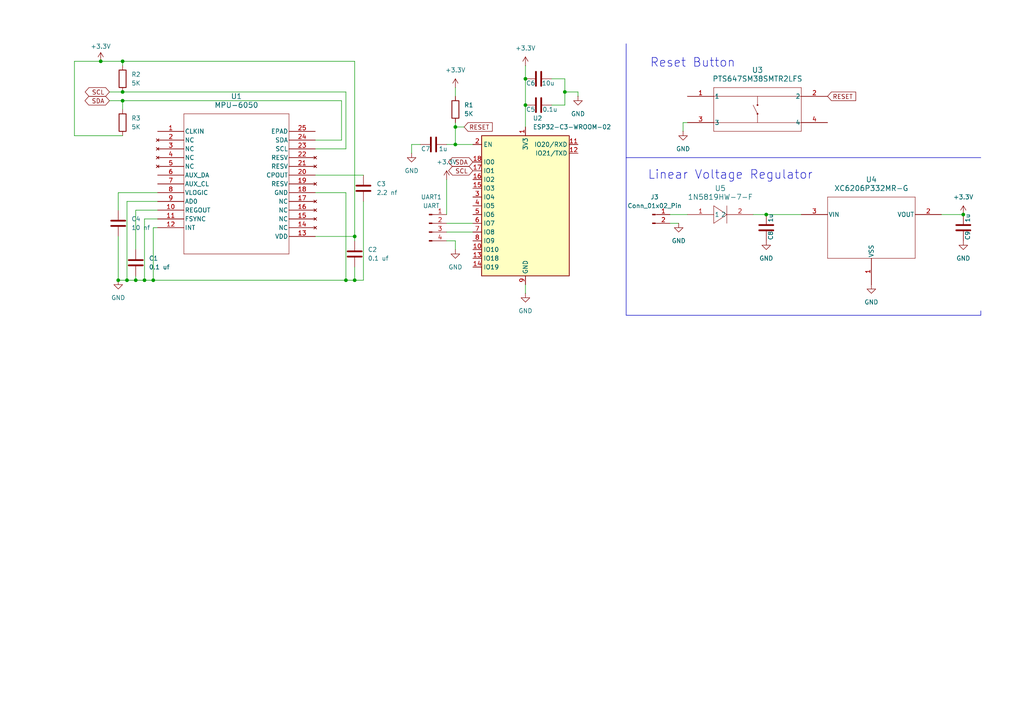
<source format=kicad_sch>
(kicad_sch
	(version 20250114)
	(generator "eeschema")
	(generator_version "9.0")
	(uuid "32e5ba35-9648-47f9-9581-dda55d5c3e51")
	(paper "A4")
	(title_block
		(title "Axis_IMU")
		(rev "0")
	)
	(lib_symbols
		(symbol "1N5819HW_7_F:1N5819HW-7-F"
			(pin_names
				(offset 0.254)
			)
			(exclude_from_sim no)
			(in_bom yes)
			(on_board yes)
			(property "Reference" "U"
				(at 20.32 10.16 0)
				(effects
					(font
						(size 1.524 1.524)
					)
				)
			)
			(property "Value" "1N5819HW-7-F"
				(at 20.32 7.62 0)
				(effects
					(font
						(size 1.524 1.524)
					)
				)
			)
			(property "Footprint" "1N5819HW-7-F_DIO"
				(at 14.478 -8.89 0)
				(effects
					(font
						(size 1.27 1.27)
						(italic yes)
					)
					(hide yes)
				)
			)
			(property "Datasheet" "1N5819HW-7-F"
				(at 16.256 -6.096 0)
				(effects
					(font
						(size 1.27 1.27)
						(italic yes)
					)
					(hide yes)
				)
			)
			(property "Description" ""
				(at 0 0 0)
				(effects
					(font
						(size 1.27 1.27)
					)
					(hide yes)
				)
			)
			(property "ki_locked" ""
				(at 0 0 0)
				(effects
					(font
						(size 1.27 1.27)
					)
				)
			)
			(property "ki_keywords" "1N5819HW-7-F"
				(at 0 0 0)
				(effects
					(font
						(size 1.27 1.27)
					)
					(hide yes)
				)
			)
			(property "ki_fp_filters" "1N5819HW-7-F_DIO 1N5819HW-7-F_DIO-M 1N5819HW-7-F_DIO-L"
				(at 0 0 0)
				(effects
					(font
						(size 1.27 1.27)
					)
					(hide yes)
				)
			)
			(symbol "1N5819HW-7-F_0_1"
				(polyline
					(pts
						(xy 16.51 3.81) (xy 16.51 -1.27)
					)
					(stroke
						(width 0.127)
						(type default)
					)
					(fill
						(type none)
					)
				)
				(polyline
					(pts
						(xy 16.51 -1.27) (xy 20.32 1.27)
					)
					(stroke
						(width 0.127)
						(type default)
					)
					(fill
						(type none)
					)
				)
				(polyline
					(pts
						(xy 20.32 1.27) (xy 16.51 3.81)
					)
					(stroke
						(width 0.127)
						(type default)
					)
					(fill
						(type none)
					)
				)
				(polyline
					(pts
						(xy 20.32 -1.27) (xy 20.32 3.81)
					)
					(stroke
						(width 0.127)
						(type default)
					)
					(fill
						(type none)
					)
				)
				(pin unspecified line
					(at 8.89 1.27 0)
					(length 7.62)
					(name "1"
						(effects
							(font
								(size 1.27 1.27)
							)
						)
					)
					(number "1"
						(effects
							(font
								(size 1.27 1.27)
							)
						)
					)
				)
				(pin unspecified line
					(at 27.94 1.27 180)
					(length 7.62)
					(name "2"
						(effects
							(font
								(size 1.27 1.27)
							)
						)
					)
					(number "2"
						(effects
							(font
								(size 1.27 1.27)
							)
						)
					)
				)
			)
			(embedded_fonts no)
		)
		(symbol "2026-01-30_16-01-32:MPU-6050"
			(pin_names
				(offset 0.254)
			)
			(exclude_from_sim no)
			(in_bom yes)
			(on_board yes)
			(property "Reference" "U"
				(at 22.86 10.16 0)
				(effects
					(font
						(size 1.524 1.524)
					)
				)
			)
			(property "Value" "MPU-6050"
				(at 22.86 7.62 0)
				(effects
					(font
						(size 1.524 1.524)
					)
				)
			)
			(property "Footprint" "QFN24_4X4X0P9-0P5_TDK"
				(at 0 0 0)
				(effects
					(font
						(size 1.27 1.27)
						(italic yes)
					)
					(hide yes)
				)
			)
			(property "Datasheet" "MPU-6050"
				(at 0 0 0)
				(effects
					(font
						(size 1.27 1.27)
						(italic yes)
					)
					(hide yes)
				)
			)
			(property "Description" ""
				(at 0 0 0)
				(effects
					(font
						(size 1.27 1.27)
					)
					(hide yes)
				)
			)
			(property "ki_locked" ""
				(at 0 0 0)
				(effects
					(font
						(size 1.27 1.27)
					)
				)
			)
			(property "ki_keywords" "MPU-6050"
				(at 0 0 0)
				(effects
					(font
						(size 1.27 1.27)
					)
					(hide yes)
				)
			)
			(property "ki_fp_filters" "QFN24_4X4X0P9-0P5_TDK QFN24_4X4X0P9-0P5_TDK-M QFN24_4X4X0P9-0P5_TDK-L"
				(at 0 0 0)
				(effects
					(font
						(size 1.27 1.27)
					)
					(hide yes)
				)
			)
			(symbol "MPU-6050_0_1"
				(polyline
					(pts
						(xy 7.62 5.08) (xy 7.62 -35.56)
					)
					(stroke
						(width 0.127)
						(type default)
					)
					(fill
						(type none)
					)
				)
				(polyline
					(pts
						(xy 7.62 -35.56) (xy 38.1 -35.56)
					)
					(stroke
						(width 0.127)
						(type default)
					)
					(fill
						(type none)
					)
				)
				(polyline
					(pts
						(xy 38.1 5.08) (xy 7.62 5.08)
					)
					(stroke
						(width 0.127)
						(type default)
					)
					(fill
						(type none)
					)
				)
				(polyline
					(pts
						(xy 38.1 -35.56) (xy 38.1 5.08)
					)
					(stroke
						(width 0.127)
						(type default)
					)
					(fill
						(type none)
					)
				)
				(pin input line
					(at 0 0 0)
					(length 7.62)
					(name "CLKIN"
						(effects
							(font
								(size 1.27 1.27)
							)
						)
					)
					(number "1"
						(effects
							(font
								(size 1.27 1.27)
							)
						)
					)
				)
				(pin no_connect line
					(at 0 -2.54 0)
					(length 7.62)
					(name "NC"
						(effects
							(font
								(size 1.27 1.27)
							)
						)
					)
					(number "2"
						(effects
							(font
								(size 1.27 1.27)
							)
						)
					)
				)
				(pin no_connect line
					(at 0 -5.08 0)
					(length 7.62)
					(name "NC"
						(effects
							(font
								(size 1.27 1.27)
							)
						)
					)
					(number "3"
						(effects
							(font
								(size 1.27 1.27)
							)
						)
					)
				)
				(pin no_connect line
					(at 0 -7.62 0)
					(length 7.62)
					(name "NC"
						(effects
							(font
								(size 1.27 1.27)
							)
						)
					)
					(number "4"
						(effects
							(font
								(size 1.27 1.27)
							)
						)
					)
				)
				(pin no_connect line
					(at 0 -10.16 0)
					(length 7.62)
					(name "NC"
						(effects
							(font
								(size 1.27 1.27)
							)
						)
					)
					(number "5"
						(effects
							(font
								(size 1.27 1.27)
							)
						)
					)
				)
				(pin unspecified line
					(at 0 -12.7 0)
					(length 7.62)
					(name "AUX_DA"
						(effects
							(font
								(size 1.27 1.27)
							)
						)
					)
					(number "6"
						(effects
							(font
								(size 1.27 1.27)
							)
						)
					)
				)
				(pin unspecified line
					(at 0 -15.24 0)
					(length 7.62)
					(name "AUX_CL"
						(effects
							(font
								(size 1.27 1.27)
							)
						)
					)
					(number "7"
						(effects
							(font
								(size 1.27 1.27)
							)
						)
					)
				)
				(pin power_in line
					(at 0 -17.78 0)
					(length 7.62)
					(name "VLOGIC"
						(effects
							(font
								(size 1.27 1.27)
							)
						)
					)
					(number "8"
						(effects
							(font
								(size 1.27 1.27)
							)
						)
					)
				)
				(pin bidirectional line
					(at 0 -20.32 0)
					(length 7.62)
					(name "AD0"
						(effects
							(font
								(size 1.27 1.27)
							)
						)
					)
					(number "9"
						(effects
							(font
								(size 1.27 1.27)
							)
						)
					)
				)
				(pin output line
					(at 0 -22.86 0)
					(length 7.62)
					(name "REGOUT"
						(effects
							(font
								(size 1.27 1.27)
							)
						)
					)
					(number "10"
						(effects
							(font
								(size 1.27 1.27)
							)
						)
					)
				)
				(pin unspecified line
					(at 0 -25.4 0)
					(length 7.62)
					(name "FSYNC"
						(effects
							(font
								(size 1.27 1.27)
							)
						)
					)
					(number "11"
						(effects
							(font
								(size 1.27 1.27)
							)
						)
					)
				)
				(pin output line
					(at 0 -27.94 0)
					(length 7.62)
					(name "INT"
						(effects
							(font
								(size 1.27 1.27)
							)
						)
					)
					(number "12"
						(effects
							(font
								(size 1.27 1.27)
							)
						)
					)
				)
				(pin unspecified line
					(at 45.72 0 180)
					(length 7.62)
					(name "EPAD"
						(effects
							(font
								(size 1.27 1.27)
							)
						)
					)
					(number "25"
						(effects
							(font
								(size 1.27 1.27)
							)
						)
					)
				)
				(pin unspecified line
					(at 45.72 -2.54 180)
					(length 7.62)
					(name "SDA"
						(effects
							(font
								(size 1.27 1.27)
							)
						)
					)
					(number "24"
						(effects
							(font
								(size 1.27 1.27)
							)
						)
					)
				)
				(pin unspecified line
					(at 45.72 -5.08 180)
					(length 7.62)
					(name "SCL"
						(effects
							(font
								(size 1.27 1.27)
							)
						)
					)
					(number "23"
						(effects
							(font
								(size 1.27 1.27)
							)
						)
					)
				)
				(pin no_connect line
					(at 45.72 -7.62 180)
					(length 7.62)
					(name "RESV"
						(effects
							(font
								(size 1.27 1.27)
							)
						)
					)
					(number "22"
						(effects
							(font
								(size 1.27 1.27)
							)
						)
					)
				)
				(pin no_connect line
					(at 45.72 -10.16 180)
					(length 7.62)
					(name "RESV"
						(effects
							(font
								(size 1.27 1.27)
							)
						)
					)
					(number "21"
						(effects
							(font
								(size 1.27 1.27)
							)
						)
					)
				)
				(pin output line
					(at 45.72 -12.7 180)
					(length 7.62)
					(name "CPOUT"
						(effects
							(font
								(size 1.27 1.27)
							)
						)
					)
					(number "20"
						(effects
							(font
								(size 1.27 1.27)
							)
						)
					)
				)
				(pin no_connect line
					(at 45.72 -15.24 180)
					(length 7.62)
					(name "RESV"
						(effects
							(font
								(size 1.27 1.27)
							)
						)
					)
					(number "19"
						(effects
							(font
								(size 1.27 1.27)
							)
						)
					)
				)
				(pin power_out line
					(at 45.72 -17.78 180)
					(length 7.62)
					(name "GND"
						(effects
							(font
								(size 1.27 1.27)
							)
						)
					)
					(number "18"
						(effects
							(font
								(size 1.27 1.27)
							)
						)
					)
				)
				(pin no_connect line
					(at 45.72 -20.32 180)
					(length 7.62)
					(name "NC"
						(effects
							(font
								(size 1.27 1.27)
							)
						)
					)
					(number "17"
						(effects
							(font
								(size 1.27 1.27)
							)
						)
					)
				)
				(pin no_connect line
					(at 45.72 -22.86 180)
					(length 7.62)
					(name "NC"
						(effects
							(font
								(size 1.27 1.27)
							)
						)
					)
					(number "16"
						(effects
							(font
								(size 1.27 1.27)
							)
						)
					)
				)
				(pin no_connect line
					(at 45.72 -25.4 180)
					(length 7.62)
					(name "NC"
						(effects
							(font
								(size 1.27 1.27)
							)
						)
					)
					(number "15"
						(effects
							(font
								(size 1.27 1.27)
							)
						)
					)
				)
				(pin no_connect line
					(at 45.72 -27.94 180)
					(length 7.62)
					(name "NC"
						(effects
							(font
								(size 1.27 1.27)
							)
						)
					)
					(number "14"
						(effects
							(font
								(size 1.27 1.27)
							)
						)
					)
				)
				(pin power_in line
					(at 45.72 -30.48 180)
					(length 7.62)
					(name "VDD"
						(effects
							(font
								(size 1.27 1.27)
							)
						)
					)
					(number "13"
						(effects
							(font
								(size 1.27 1.27)
							)
						)
					)
				)
			)
			(embedded_fonts no)
		)
		(symbol "Connector:Conn_01x02_Pin"
			(pin_names
				(offset 1.016)
				(hide yes)
			)
			(exclude_from_sim no)
			(in_bom yes)
			(on_board yes)
			(property "Reference" "J"
				(at 0 2.54 0)
				(effects
					(font
						(size 1.27 1.27)
					)
				)
			)
			(property "Value" "Conn_01x02_Pin"
				(at 0 -5.08 0)
				(effects
					(font
						(size 1.27 1.27)
					)
				)
			)
			(property "Footprint" ""
				(at 0 0 0)
				(effects
					(font
						(size 1.27 1.27)
					)
					(hide yes)
				)
			)
			(property "Datasheet" "~"
				(at 0 0 0)
				(effects
					(font
						(size 1.27 1.27)
					)
					(hide yes)
				)
			)
			(property "Description" "Generic connector, single row, 01x02, script generated"
				(at 0 0 0)
				(effects
					(font
						(size 1.27 1.27)
					)
					(hide yes)
				)
			)
			(property "ki_locked" ""
				(at 0 0 0)
				(effects
					(font
						(size 1.27 1.27)
					)
				)
			)
			(property "ki_keywords" "connector"
				(at 0 0 0)
				(effects
					(font
						(size 1.27 1.27)
					)
					(hide yes)
				)
			)
			(property "ki_fp_filters" "Connector*:*_1x??_*"
				(at 0 0 0)
				(effects
					(font
						(size 1.27 1.27)
					)
					(hide yes)
				)
			)
			(symbol "Conn_01x02_Pin_1_1"
				(rectangle
					(start 0.8636 0.127)
					(end 0 -0.127)
					(stroke
						(width 0.1524)
						(type default)
					)
					(fill
						(type outline)
					)
				)
				(rectangle
					(start 0.8636 -2.413)
					(end 0 -2.667)
					(stroke
						(width 0.1524)
						(type default)
					)
					(fill
						(type outline)
					)
				)
				(polyline
					(pts
						(xy 1.27 0) (xy 0.8636 0)
					)
					(stroke
						(width 0.1524)
						(type default)
					)
					(fill
						(type none)
					)
				)
				(polyline
					(pts
						(xy 1.27 -2.54) (xy 0.8636 -2.54)
					)
					(stroke
						(width 0.1524)
						(type default)
					)
					(fill
						(type none)
					)
				)
				(pin passive line
					(at 5.08 0 180)
					(length 3.81)
					(name "Pin_1"
						(effects
							(font
								(size 1.27 1.27)
							)
						)
					)
					(number "1"
						(effects
							(font
								(size 1.27 1.27)
							)
						)
					)
				)
				(pin passive line
					(at 5.08 -2.54 180)
					(length 3.81)
					(name "Pin_2"
						(effects
							(font
								(size 1.27 1.27)
							)
						)
					)
					(number "2"
						(effects
							(font
								(size 1.27 1.27)
							)
						)
					)
				)
			)
			(embedded_fonts no)
		)
		(symbol "Connector:Conn_01x04_Pin"
			(pin_names
				(offset 1.016)
				(hide yes)
			)
			(exclude_from_sim no)
			(in_bom yes)
			(on_board yes)
			(property "Reference" "J"
				(at 0 5.08 0)
				(effects
					(font
						(size 1.27 1.27)
					)
				)
			)
			(property "Value" "Conn_01x04_Pin"
				(at 0 -7.62 0)
				(effects
					(font
						(size 1.27 1.27)
					)
				)
			)
			(property "Footprint" ""
				(at 0 0 0)
				(effects
					(font
						(size 1.27 1.27)
					)
					(hide yes)
				)
			)
			(property "Datasheet" "~"
				(at 0 0 0)
				(effects
					(font
						(size 1.27 1.27)
					)
					(hide yes)
				)
			)
			(property "Description" "Generic connector, single row, 01x04, script generated"
				(at 0 0 0)
				(effects
					(font
						(size 1.27 1.27)
					)
					(hide yes)
				)
			)
			(property "ki_locked" ""
				(at 0 0 0)
				(effects
					(font
						(size 1.27 1.27)
					)
				)
			)
			(property "ki_keywords" "connector"
				(at 0 0 0)
				(effects
					(font
						(size 1.27 1.27)
					)
					(hide yes)
				)
			)
			(property "ki_fp_filters" "Connector*:*_1x??_*"
				(at 0 0 0)
				(effects
					(font
						(size 1.27 1.27)
					)
					(hide yes)
				)
			)
			(symbol "Conn_01x04_Pin_1_1"
				(rectangle
					(start 0.8636 2.667)
					(end 0 2.413)
					(stroke
						(width 0.1524)
						(type default)
					)
					(fill
						(type outline)
					)
				)
				(rectangle
					(start 0.8636 0.127)
					(end 0 -0.127)
					(stroke
						(width 0.1524)
						(type default)
					)
					(fill
						(type outline)
					)
				)
				(rectangle
					(start 0.8636 -2.413)
					(end 0 -2.667)
					(stroke
						(width 0.1524)
						(type default)
					)
					(fill
						(type outline)
					)
				)
				(rectangle
					(start 0.8636 -4.953)
					(end 0 -5.207)
					(stroke
						(width 0.1524)
						(type default)
					)
					(fill
						(type outline)
					)
				)
				(polyline
					(pts
						(xy 1.27 2.54) (xy 0.8636 2.54)
					)
					(stroke
						(width 0.1524)
						(type default)
					)
					(fill
						(type none)
					)
				)
				(polyline
					(pts
						(xy 1.27 0) (xy 0.8636 0)
					)
					(stroke
						(width 0.1524)
						(type default)
					)
					(fill
						(type none)
					)
				)
				(polyline
					(pts
						(xy 1.27 -2.54) (xy 0.8636 -2.54)
					)
					(stroke
						(width 0.1524)
						(type default)
					)
					(fill
						(type none)
					)
				)
				(polyline
					(pts
						(xy 1.27 -5.08) (xy 0.8636 -5.08)
					)
					(stroke
						(width 0.1524)
						(type default)
					)
					(fill
						(type none)
					)
				)
				(pin passive line
					(at 5.08 2.54 180)
					(length 3.81)
					(name "Pin_1"
						(effects
							(font
								(size 1.27 1.27)
							)
						)
					)
					(number "1"
						(effects
							(font
								(size 1.27 1.27)
							)
						)
					)
				)
				(pin passive line
					(at 5.08 0 180)
					(length 3.81)
					(name "Pin_2"
						(effects
							(font
								(size 1.27 1.27)
							)
						)
					)
					(number "2"
						(effects
							(font
								(size 1.27 1.27)
							)
						)
					)
				)
				(pin passive line
					(at 5.08 -2.54 180)
					(length 3.81)
					(name "Pin_3"
						(effects
							(font
								(size 1.27 1.27)
							)
						)
					)
					(number "3"
						(effects
							(font
								(size 1.27 1.27)
							)
						)
					)
				)
				(pin passive line
					(at 5.08 -5.08 180)
					(length 3.81)
					(name "Pin_4"
						(effects
							(font
								(size 1.27 1.27)
							)
						)
					)
					(number "4"
						(effects
							(font
								(size 1.27 1.27)
							)
						)
					)
				)
			)
			(embedded_fonts no)
		)
		(symbol "Device:C"
			(pin_numbers
				(hide yes)
			)
			(pin_names
				(offset 0.254)
			)
			(exclude_from_sim no)
			(in_bom yes)
			(on_board yes)
			(property "Reference" "C"
				(at 0.635 2.54 0)
				(effects
					(font
						(size 1.27 1.27)
					)
					(justify left)
				)
			)
			(property "Value" "C"
				(at 0.635 -2.54 0)
				(effects
					(font
						(size 1.27 1.27)
					)
					(justify left)
				)
			)
			(property "Footprint" ""
				(at 0.9652 -3.81 0)
				(effects
					(font
						(size 1.27 1.27)
					)
					(hide yes)
				)
			)
			(property "Datasheet" "~"
				(at 0 0 0)
				(effects
					(font
						(size 1.27 1.27)
					)
					(hide yes)
				)
			)
			(property "Description" "Unpolarized capacitor"
				(at 0 0 0)
				(effects
					(font
						(size 1.27 1.27)
					)
					(hide yes)
				)
			)
			(property "ki_keywords" "cap capacitor"
				(at 0 0 0)
				(effects
					(font
						(size 1.27 1.27)
					)
					(hide yes)
				)
			)
			(property "ki_fp_filters" "C_*"
				(at 0 0 0)
				(effects
					(font
						(size 1.27 1.27)
					)
					(hide yes)
				)
			)
			(symbol "C_0_1"
				(polyline
					(pts
						(xy -2.032 0.762) (xy 2.032 0.762)
					)
					(stroke
						(width 0.508)
						(type default)
					)
					(fill
						(type none)
					)
				)
				(polyline
					(pts
						(xy -2.032 -0.762) (xy 2.032 -0.762)
					)
					(stroke
						(width 0.508)
						(type default)
					)
					(fill
						(type none)
					)
				)
			)
			(symbol "C_1_1"
				(pin passive line
					(at 0 3.81 270)
					(length 2.794)
					(name "~"
						(effects
							(font
								(size 1.27 1.27)
							)
						)
					)
					(number "1"
						(effects
							(font
								(size 1.27 1.27)
							)
						)
					)
				)
				(pin passive line
					(at 0 -3.81 90)
					(length 2.794)
					(name "~"
						(effects
							(font
								(size 1.27 1.27)
							)
						)
					)
					(number "2"
						(effects
							(font
								(size 1.27 1.27)
							)
						)
					)
				)
			)
			(embedded_fonts no)
		)
		(symbol "Device:R"
			(pin_numbers
				(hide yes)
			)
			(pin_names
				(offset 0)
			)
			(exclude_from_sim no)
			(in_bom yes)
			(on_board yes)
			(property "Reference" "R"
				(at 2.032 0 90)
				(effects
					(font
						(size 1.27 1.27)
					)
				)
			)
			(property "Value" "R"
				(at 0 0 90)
				(effects
					(font
						(size 1.27 1.27)
					)
				)
			)
			(property "Footprint" ""
				(at -1.778 0 90)
				(effects
					(font
						(size 1.27 1.27)
					)
					(hide yes)
				)
			)
			(property "Datasheet" "~"
				(at 0 0 0)
				(effects
					(font
						(size 1.27 1.27)
					)
					(hide yes)
				)
			)
			(property "Description" "Resistor"
				(at 0 0 0)
				(effects
					(font
						(size 1.27 1.27)
					)
					(hide yes)
				)
			)
			(property "ki_keywords" "R res resistor"
				(at 0 0 0)
				(effects
					(font
						(size 1.27 1.27)
					)
					(hide yes)
				)
			)
			(property "ki_fp_filters" "R_*"
				(at 0 0 0)
				(effects
					(font
						(size 1.27 1.27)
					)
					(hide yes)
				)
			)
			(symbol "R_0_1"
				(rectangle
					(start -1.016 -2.54)
					(end 1.016 2.54)
					(stroke
						(width 0.254)
						(type default)
					)
					(fill
						(type none)
					)
				)
			)
			(symbol "R_1_1"
				(pin passive line
					(at 0 3.81 270)
					(length 1.27)
					(name "~"
						(effects
							(font
								(size 1.27 1.27)
							)
						)
					)
					(number "1"
						(effects
							(font
								(size 1.27 1.27)
							)
						)
					)
				)
				(pin passive line
					(at 0 -3.81 90)
					(length 1.27)
					(name "~"
						(effects
							(font
								(size 1.27 1.27)
							)
						)
					)
					(number "2"
						(effects
							(font
								(size 1.27 1.27)
							)
						)
					)
				)
			)
			(embedded_fonts no)
		)
		(symbol "Linear_Regulator:XC6206P332MR-G"
			(pin_names
				(offset 0.254)
			)
			(exclude_from_sim no)
			(in_bom yes)
			(on_board yes)
			(property "Reference" "U"
				(at 20.32 10.16 0)
				(effects
					(font
						(size 1.524 1.524)
					)
				)
			)
			(property "Value" "XC6206P332MR-G"
				(at 20.32 7.62 0)
				(effects
					(font
						(size 1.524 1.524)
					)
				)
			)
			(property "Footprint" "SOT-23_TOR"
				(at 0 0 0)
				(effects
					(font
						(size 1.27 1.27)
						(italic yes)
					)
					(hide yes)
				)
			)
			(property "Datasheet" "XC6206P332MR-G"
				(at 0 0 0)
				(effects
					(font
						(size 1.27 1.27)
						(italic yes)
					)
					(hide yes)
				)
			)
			(property "Description" ""
				(at 0 0 0)
				(effects
					(font
						(size 1.27 1.27)
					)
					(hide yes)
				)
			)
			(property "ki_locked" ""
				(at 0 0 0)
				(effects
					(font
						(size 1.27 1.27)
					)
				)
			)
			(property "ki_keywords" "XC6206P332MR-G"
				(at 0 0 0)
				(effects
					(font
						(size 1.27 1.27)
					)
					(hide yes)
				)
			)
			(property "ki_fp_filters" "SOT-23_TOR SOT-23_TOR-M SOT-23_TOR-L"
				(at 0 0 0)
				(effects
					(font
						(size 1.27 1.27)
					)
					(hide yes)
				)
			)
			(symbol "XC6206P332MR-G_0_1"
				(polyline
					(pts
						(xy 7.62 5.08) (xy 7.62 -12.7)
					)
					(stroke
						(width 0.127)
						(type default)
					)
					(fill
						(type none)
					)
				)
				(polyline
					(pts
						(xy 7.62 -12.7) (xy 33.02 -12.7)
					)
					(stroke
						(width 0.127)
						(type default)
					)
					(fill
						(type none)
					)
				)
				(polyline
					(pts
						(xy 33.02 5.08) (xy 7.62 5.08)
					)
					(stroke
						(width 0.127)
						(type default)
					)
					(fill
						(type none)
					)
				)
				(polyline
					(pts
						(xy 33.02 -12.7) (xy 33.02 5.08)
					)
					(stroke
						(width 0.127)
						(type default)
					)
					(fill
						(type none)
					)
				)
				(pin power_in line
					(at 0 0 0)
					(length 7.62)
					(name "VIN"
						(effects
							(font
								(size 1.27 1.27)
							)
						)
					)
					(number "3"
						(effects
							(font
								(size 1.27 1.27)
							)
						)
					)
				)
				(pin power_out line
					(at 20.32 -20.32 90)
					(length 7.62)
					(name "VSS"
						(effects
							(font
								(size 1.27 1.27)
							)
						)
					)
					(number "1"
						(effects
							(font
								(size 1.27 1.27)
							)
						)
					)
				)
				(pin output line
					(at 40.64 0 180)
					(length 7.62)
					(name "VOUT"
						(effects
							(font
								(size 1.27 1.27)
							)
						)
					)
					(number "2"
						(effects
							(font
								(size 1.27 1.27)
							)
						)
					)
				)
			)
			(embedded_fonts no)
		)
		(symbol "PushButton:PTS647SM38SMTR2LFS"
			(pin_names
				(offset 0.254)
			)
			(exclude_from_sim no)
			(in_bom yes)
			(on_board yes)
			(property "Reference" "U"
				(at 20.32 7.62 0)
				(effects
					(font
						(size 1.524 1.524)
					)
				)
			)
			(property "Value" "PTS647SM38SMTR2LFS"
				(at 20.32 5.08 0)
				(effects
					(font
						(size 1.524 1.524)
					)
				)
			)
			(property "Footprint" "SW_PTS647SM38SMTR2LFS_CNK"
				(at 0 0 0)
				(effects
					(font
						(size 1.27 1.27)
						(italic yes)
					)
					(hide yes)
				)
			)
			(property "Datasheet" "PTS647SM38SMTR2LFS"
				(at 0 0 0)
				(effects
					(font
						(size 1.27 1.27)
						(italic yes)
					)
					(hide yes)
				)
			)
			(property "Description" ""
				(at 0 0 0)
				(effects
					(font
						(size 1.27 1.27)
					)
					(hide yes)
				)
			)
			(property "ki_locked" ""
				(at 0 0 0)
				(effects
					(font
						(size 1.27 1.27)
					)
				)
			)
			(property "ki_keywords" "PTS647SM38SMTR2LFS"
				(at 0 0 0)
				(effects
					(font
						(size 1.27 1.27)
					)
					(hide yes)
				)
			)
			(property "ki_fp_filters" "SW_PTS647SM38SMTR2LFS_CNK"
				(at 0 0 0)
				(effects
					(font
						(size 1.27 1.27)
					)
					(hide yes)
				)
			)
			(symbol "PTS647SM38SMTR2LFS_0_1"
				(polyline
					(pts
						(xy 7.62 2.54) (xy 7.62 -10.16)
					)
					(stroke
						(width 0.127)
						(type default)
					)
					(fill
						(type none)
					)
				)
				(polyline
					(pts
						(xy 7.62 0) (xy 33.02 0)
					)
					(stroke
						(width 0.127)
						(type default)
					)
					(fill
						(type none)
					)
				)
				(polyline
					(pts
						(xy 7.62 -7.62) (xy 33.02 -7.62)
					)
					(stroke
						(width 0.127)
						(type default)
					)
					(fill
						(type none)
					)
				)
				(polyline
					(pts
						(xy 7.62 -10.16) (xy 33.02 -10.16)
					)
					(stroke
						(width 0.127)
						(type default)
					)
					(fill
						(type none)
					)
				)
				(polyline
					(pts
						(xy 20.32 0) (xy 20.32 -2.54)
					)
					(stroke
						(width 0.127)
						(type default)
					)
					(fill
						(type none)
					)
				)
				(circle
					(center 20.32 -2.54)
					(radius 0.127)
					(stroke
						(width 0.254)
						(type default)
					)
					(fill
						(type none)
					)
				)
				(polyline
					(pts
						(xy 20.32 -5.08) (xy 19.05 -2.54)
					)
					(stroke
						(width 0.127)
						(type default)
					)
					(fill
						(type none)
					)
				)
				(polyline
					(pts
						(xy 20.32 -5.08) (xy 20.32 -7.62)
					)
					(stroke
						(width 0.127)
						(type default)
					)
					(fill
						(type none)
					)
				)
				(circle
					(center 20.32 -5.08)
					(radius 0.127)
					(stroke
						(width 0.254)
						(type default)
					)
					(fill
						(type none)
					)
				)
				(polyline
					(pts
						(xy 33.02 2.54) (xy 7.62 2.54)
					)
					(stroke
						(width 0.127)
						(type default)
					)
					(fill
						(type none)
					)
				)
				(polyline
					(pts
						(xy 33.02 -10.16) (xy 33.02 2.54)
					)
					(stroke
						(width 0.127)
						(type default)
					)
					(fill
						(type none)
					)
				)
				(pin unspecified line
					(at 0 0 0)
					(length 7.62)
					(name "1"
						(effects
							(font
								(size 1.27 1.27)
							)
						)
					)
					(number "1"
						(effects
							(font
								(size 1.27 1.27)
							)
						)
					)
				)
				(pin unspecified line
					(at 0 -7.62 0)
					(length 7.62)
					(name "3"
						(effects
							(font
								(size 1.27 1.27)
							)
						)
					)
					(number "3"
						(effects
							(font
								(size 1.27 1.27)
							)
						)
					)
				)
				(pin unspecified line
					(at 40.64 0 180)
					(length 7.62)
					(name "2"
						(effects
							(font
								(size 1.27 1.27)
							)
						)
					)
					(number "2"
						(effects
							(font
								(size 1.27 1.27)
							)
						)
					)
				)
				(pin unspecified line
					(at 40.64 -7.62 180)
					(length 7.62)
					(name "4"
						(effects
							(font
								(size 1.27 1.27)
							)
						)
					)
					(number "4"
						(effects
							(font
								(size 1.27 1.27)
							)
						)
					)
				)
			)
			(embedded_fonts no)
		)
		(symbol "RF_Module:ESP32-C3-WROOM-02"
			(exclude_from_sim no)
			(in_bom yes)
			(on_board yes)
			(property "Reference" "U"
				(at -12.192 21.336 0)
				(effects
					(font
						(size 1.27 1.27)
					)
				)
			)
			(property "Value" "ESP32-C3-WROOM-02"
				(at 12.192 21.336 0)
				(effects
					(font
						(size 1.27 1.27)
					)
				)
			)
			(property "Footprint" "RF_Module:ESP32-C3-WROOM-02"
				(at 0 0.635 0)
				(effects
					(font
						(size 1.27 1.27)
					)
					(hide yes)
				)
			)
			(property "Datasheet" "https://www.espressif.com/sites/default/files/documentation/esp32-c3-wroom-02_datasheet_en.pdf"
				(at 0 0.635 0)
				(effects
					(font
						(size 1.27 1.27)
					)
					(hide yes)
				)
			)
			(property "Description" "802.11 b/g/n Wi­Fi and Bluetooth 5 module, ESP32­C3 SoC, RISC­V microprocessor, On-board antenna"
				(at 0 0.635 0)
				(effects
					(font
						(size 1.27 1.27)
					)
					(hide yes)
				)
			)
			(property "ki_keywords" "esp32 espressif WiFi Bluetooth LE"
				(at 0 0 0)
				(effects
					(font
						(size 1.27 1.27)
					)
					(hide yes)
				)
			)
			(property "ki_fp_filters" "ESP32?C3*WROOM?02*"
				(at 0 0 0)
				(effects
					(font
						(size 1.27 1.27)
					)
					(hide yes)
				)
			)
			(symbol "ESP32-C3-WROOM-02_1_1"
				(rectangle
					(start -12.7 20.32)
					(end 12.7 -20.32)
					(stroke
						(width 0.254)
						(type default)
					)
					(fill
						(type background)
					)
				)
				(pin input line
					(at -15.24 17.78 0)
					(length 2.54)
					(name "EN"
						(effects
							(font
								(size 1.27 1.27)
							)
						)
					)
					(number "2"
						(effects
							(font
								(size 1.27 1.27)
							)
						)
					)
				)
				(pin bidirectional line
					(at -15.24 12.7 0)
					(length 2.54)
					(name "IO0"
						(effects
							(font
								(size 1.27 1.27)
							)
						)
					)
					(number "18"
						(effects
							(font
								(size 1.27 1.27)
							)
						)
					)
				)
				(pin bidirectional line
					(at -15.24 10.16 0)
					(length 2.54)
					(name "IO1"
						(effects
							(font
								(size 1.27 1.27)
							)
						)
					)
					(number "17"
						(effects
							(font
								(size 1.27 1.27)
							)
						)
					)
				)
				(pin bidirectional line
					(at -15.24 7.62 0)
					(length 2.54)
					(name "IO2"
						(effects
							(font
								(size 1.27 1.27)
							)
						)
					)
					(number "16"
						(effects
							(font
								(size 1.27 1.27)
							)
						)
					)
				)
				(pin bidirectional line
					(at -15.24 5.08 0)
					(length 2.54)
					(name "IO3"
						(effects
							(font
								(size 1.27 1.27)
							)
						)
					)
					(number "15"
						(effects
							(font
								(size 1.27 1.27)
							)
						)
					)
				)
				(pin bidirectional line
					(at -15.24 2.54 0)
					(length 2.54)
					(name "IO4"
						(effects
							(font
								(size 1.27 1.27)
							)
						)
					)
					(number "3"
						(effects
							(font
								(size 1.27 1.27)
							)
						)
					)
				)
				(pin bidirectional line
					(at -15.24 0 0)
					(length 2.54)
					(name "IO5"
						(effects
							(font
								(size 1.27 1.27)
							)
						)
					)
					(number "4"
						(effects
							(font
								(size 1.27 1.27)
							)
						)
					)
				)
				(pin bidirectional line
					(at -15.24 -2.54 0)
					(length 2.54)
					(name "IO6"
						(effects
							(font
								(size 1.27 1.27)
							)
						)
					)
					(number "5"
						(effects
							(font
								(size 1.27 1.27)
							)
						)
					)
				)
				(pin bidirectional line
					(at -15.24 -5.08 0)
					(length 2.54)
					(name "IO7"
						(effects
							(font
								(size 1.27 1.27)
							)
						)
					)
					(number "6"
						(effects
							(font
								(size 1.27 1.27)
							)
						)
					)
				)
				(pin bidirectional line
					(at -15.24 -7.62 0)
					(length 2.54)
					(name "IO8"
						(effects
							(font
								(size 1.27 1.27)
							)
						)
					)
					(number "7"
						(effects
							(font
								(size 1.27 1.27)
							)
						)
					)
				)
				(pin bidirectional line
					(at -15.24 -10.16 0)
					(length 2.54)
					(name "IO9"
						(effects
							(font
								(size 1.27 1.27)
							)
						)
					)
					(number "8"
						(effects
							(font
								(size 1.27 1.27)
							)
						)
					)
				)
				(pin bidirectional line
					(at -15.24 -12.7 0)
					(length 2.54)
					(name "IO10"
						(effects
							(font
								(size 1.27 1.27)
							)
						)
					)
					(number "10"
						(effects
							(font
								(size 1.27 1.27)
							)
						)
					)
				)
				(pin bidirectional line
					(at -15.24 -15.24 0)
					(length 2.54)
					(name "IO18"
						(effects
							(font
								(size 1.27 1.27)
							)
						)
					)
					(number "13"
						(effects
							(font
								(size 1.27 1.27)
							)
						)
					)
				)
				(pin bidirectional line
					(at -15.24 -17.78 0)
					(length 2.54)
					(name "IO19"
						(effects
							(font
								(size 1.27 1.27)
							)
						)
					)
					(number "14"
						(effects
							(font
								(size 1.27 1.27)
							)
						)
					)
				)
				(pin power_in line
					(at 0 22.86 270)
					(length 2.54)
					(name "3V3"
						(effects
							(font
								(size 1.27 1.27)
							)
						)
					)
					(number "1"
						(effects
							(font
								(size 1.27 1.27)
							)
						)
					)
				)
				(pin passive line
					(at 0 -22.86 90)
					(length 2.54)
					(hide yes)
					(name "GND"
						(effects
							(font
								(size 1.27 1.27)
							)
						)
					)
					(number "19"
						(effects
							(font
								(size 1.27 1.27)
							)
						)
					)
				)
				(pin power_in line
					(at 0 -22.86 90)
					(length 2.54)
					(name "GND"
						(effects
							(font
								(size 1.27 1.27)
							)
						)
					)
					(number "9"
						(effects
							(font
								(size 1.27 1.27)
							)
						)
					)
				)
				(pin bidirectional line
					(at 15.24 17.78 180)
					(length 2.54)
					(name "IO20/RXD"
						(effects
							(font
								(size 1.27 1.27)
							)
						)
					)
					(number "11"
						(effects
							(font
								(size 1.27 1.27)
							)
						)
					)
				)
				(pin bidirectional line
					(at 15.24 15.24 180)
					(length 2.54)
					(name "IO21/TXD"
						(effects
							(font
								(size 1.27 1.27)
							)
						)
					)
					(number "12"
						(effects
							(font
								(size 1.27 1.27)
							)
						)
					)
				)
			)
			(embedded_fonts no)
		)
		(symbol "power:+3.3V"
			(power)
			(pin_numbers
				(hide yes)
			)
			(pin_names
				(offset 0)
				(hide yes)
			)
			(exclude_from_sim no)
			(in_bom yes)
			(on_board yes)
			(property "Reference" "#PWR"
				(at 0 -3.81 0)
				(effects
					(font
						(size 1.27 1.27)
					)
					(hide yes)
				)
			)
			(property "Value" "+3.3V"
				(at 0 3.556 0)
				(effects
					(font
						(size 1.27 1.27)
					)
				)
			)
			(property "Footprint" ""
				(at 0 0 0)
				(effects
					(font
						(size 1.27 1.27)
					)
					(hide yes)
				)
			)
			(property "Datasheet" ""
				(at 0 0 0)
				(effects
					(font
						(size 1.27 1.27)
					)
					(hide yes)
				)
			)
			(property "Description" "Power symbol creates a global label with name \"+3.3V\""
				(at 0 0 0)
				(effects
					(font
						(size 1.27 1.27)
					)
					(hide yes)
				)
			)
			(property "ki_keywords" "global power"
				(at 0 0 0)
				(effects
					(font
						(size 1.27 1.27)
					)
					(hide yes)
				)
			)
			(symbol "+3.3V_0_1"
				(polyline
					(pts
						(xy -0.762 1.27) (xy 0 2.54)
					)
					(stroke
						(width 0)
						(type default)
					)
					(fill
						(type none)
					)
				)
				(polyline
					(pts
						(xy 0 2.54) (xy 0.762 1.27)
					)
					(stroke
						(width 0)
						(type default)
					)
					(fill
						(type none)
					)
				)
				(polyline
					(pts
						(xy 0 0) (xy 0 2.54)
					)
					(stroke
						(width 0)
						(type default)
					)
					(fill
						(type none)
					)
				)
			)
			(symbol "+3.3V_1_1"
				(pin power_in line
					(at 0 0 90)
					(length 0)
					(name "~"
						(effects
							(font
								(size 1.27 1.27)
							)
						)
					)
					(number "1"
						(effects
							(font
								(size 1.27 1.27)
							)
						)
					)
				)
			)
			(embedded_fonts no)
		)
		(symbol "power:GND"
			(power)
			(pin_numbers
				(hide yes)
			)
			(pin_names
				(offset 0)
				(hide yes)
			)
			(exclude_from_sim no)
			(in_bom yes)
			(on_board yes)
			(property "Reference" "#PWR"
				(at 0 -6.35 0)
				(effects
					(font
						(size 1.27 1.27)
					)
					(hide yes)
				)
			)
			(property "Value" "GND"
				(at 0 -3.81 0)
				(effects
					(font
						(size 1.27 1.27)
					)
				)
			)
			(property "Footprint" ""
				(at 0 0 0)
				(effects
					(font
						(size 1.27 1.27)
					)
					(hide yes)
				)
			)
			(property "Datasheet" ""
				(at 0 0 0)
				(effects
					(font
						(size 1.27 1.27)
					)
					(hide yes)
				)
			)
			(property "Description" "Power symbol creates a global label with name \"GND\" , ground"
				(at 0 0 0)
				(effects
					(font
						(size 1.27 1.27)
					)
					(hide yes)
				)
			)
			(property "ki_keywords" "global power"
				(at 0 0 0)
				(effects
					(font
						(size 1.27 1.27)
					)
					(hide yes)
				)
			)
			(symbol "GND_0_1"
				(polyline
					(pts
						(xy 0 0) (xy 0 -1.27) (xy 1.27 -1.27) (xy 0 -2.54) (xy -1.27 -1.27) (xy 0 -1.27)
					)
					(stroke
						(width 0)
						(type default)
					)
					(fill
						(type none)
					)
				)
			)
			(symbol "GND_1_1"
				(pin power_in line
					(at 0 0 270)
					(length 0)
					(name "~"
						(effects
							(font
								(size 1.27 1.27)
							)
						)
					)
					(number "1"
						(effects
							(font
								(size 1.27 1.27)
							)
						)
					)
				)
			)
			(embedded_fonts no)
		)
	)
	(text "Linear Voltage Regulator"
		(exclude_from_sim no)
		(at 211.836 50.8 0)
		(effects
			(font
				(size 2.54 2.54)
			)
		)
		(uuid "8fde3e4d-f612-47e6-91f0-59bd4814e845")
	)
	(text "Reset Button\n"
		(exclude_from_sim no)
		(at 200.914 18.288 0)
		(effects
			(font
				(size 2.54 2.54)
			)
		)
		(uuid "b10633ce-7635-47ec-8466-2cacec5fde39")
	)
	(junction
		(at 102.87 81.28)
		(diameter 0)
		(color 0 0 0 0)
		(uuid "181a3be7-50cc-4862-a794-d736a209fcec")
	)
	(junction
		(at 35.56 17.78)
		(diameter 0)
		(color 0 0 0 0)
		(uuid "19d56ed2-b59b-4677-9367-d24a271948b2")
	)
	(junction
		(at 35.56 26.67)
		(diameter 0)
		(color 0 0 0 0)
		(uuid "1fa8c2b7-fb82-47c5-a563-3cf5e40d3bc8")
	)
	(junction
		(at 222.25 62.23)
		(diameter 0)
		(color 0 0 0 0)
		(uuid "228c6cef-93d8-446d-ada1-80e1f2cc5eca")
	)
	(junction
		(at 34.29 81.28)
		(diameter 0)
		(color 0 0 0 0)
		(uuid "47071d33-c7cc-49e8-a95d-d2967c42bb1a")
	)
	(junction
		(at 132.08 41.91)
		(diameter 0)
		(color 0 0 0 0)
		(uuid "4e3d849e-15c4-4be7-85d4-4b137e27d472")
	)
	(junction
		(at 279.4 62.23)
		(diameter 0)
		(color 0 0 0 0)
		(uuid "521a5f51-3174-4293-abec-91932607548b")
	)
	(junction
		(at 36.83 81.28)
		(diameter 0)
		(color 0 0 0 0)
		(uuid "6bb98ba0-58bf-4bc7-bb5a-c98dedbfb748")
	)
	(junction
		(at 152.4 30.48)
		(diameter 0)
		(color 0 0 0 0)
		(uuid "9a327aa1-3946-470b-952c-6950203127e3")
	)
	(junction
		(at 152.4 22.86)
		(diameter 0)
		(color 0 0 0 0)
		(uuid "a0e7151a-de03-4143-8bd1-bb001f5857b8")
	)
	(junction
		(at 35.56 29.21)
		(diameter 0)
		(color 0 0 0 0)
		(uuid "b9d220ee-7d8f-420f-83a9-b7c263b3054b")
	)
	(junction
		(at 100.33 81.28)
		(diameter 0)
		(color 0 0 0 0)
		(uuid "c3740b31-72c1-43d9-990e-917338b03462")
	)
	(junction
		(at 44.45 81.28)
		(diameter 0)
		(color 0 0 0 0)
		(uuid "c698066a-2019-4d8c-b536-31f609f78312")
	)
	(junction
		(at 29.21 17.78)
		(diameter 0)
		(color 0 0 0 0)
		(uuid "c6d78390-d2e6-4d25-89e8-60dd31585400")
	)
	(junction
		(at 163.83 26.67)
		(diameter 0)
		(color 0 0 0 0)
		(uuid "cf53ece4-62a5-4e8b-876c-29f476edbfe1")
	)
	(junction
		(at 132.08 36.83)
		(diameter 0)
		(color 0 0 0 0)
		(uuid "df62468f-fde2-4ec3-811a-814b9a6f0026")
	)
	(junction
		(at 102.87 68.58)
		(diameter 0)
		(color 0 0 0 0)
		(uuid "e252573b-5c58-4452-9525-3eb5a3554a20")
	)
	(junction
		(at 41.91 81.28)
		(diameter 0)
		(color 0 0 0 0)
		(uuid "faeaa60b-446b-4234-8726-3eaccfdebe09")
	)
	(junction
		(at 39.37 81.28)
		(diameter 0)
		(color 0 0 0 0)
		(uuid "fb1ccb3d-675b-49e9-8706-1d7f05662898")
	)
	(wire
		(pts
			(xy 39.37 72.39) (xy 39.37 60.96)
		)
		(stroke
			(width 0)
			(type default)
		)
		(uuid "084e0103-96a8-426e-8aef-58483e50f8bc")
	)
	(wire
		(pts
			(xy 44.45 66.04) (xy 44.45 81.28)
		)
		(stroke
			(width 0)
			(type default)
		)
		(uuid "0b96afcc-73bb-4fc9-9c9b-9188e5217ad4")
	)
	(wire
		(pts
			(xy 41.91 81.28) (xy 44.45 81.28)
		)
		(stroke
			(width 0)
			(type default)
		)
		(uuid "0dc1c0ee-62a3-498f-aa82-ce5c83b6a977")
	)
	(wire
		(pts
			(xy 31.75 29.21) (xy 35.56 29.21)
		)
		(stroke
			(width 0)
			(type default)
		)
		(uuid "0e212866-f262-4d9c-8c68-5c31bdeef0aa")
	)
	(wire
		(pts
			(xy 105.41 81.28) (xy 102.87 81.28)
		)
		(stroke
			(width 0)
			(type default)
		)
		(uuid "0f0733ca-cd8e-4f7b-bec1-e5b26a51a10a")
	)
	(wire
		(pts
			(xy 129.54 64.77) (xy 137.16 64.77)
		)
		(stroke
			(width 0)
			(type default)
		)
		(uuid "11a40067-8cbb-453e-9429-44bb61f28951")
	)
	(wire
		(pts
			(xy 222.25 62.23) (xy 232.41 62.23)
		)
		(stroke
			(width 0)
			(type default)
		)
		(uuid "18b5749c-0298-486c-b5f9-1e5478ad8179")
	)
	(wire
		(pts
			(xy 129.54 69.85) (xy 132.08 69.85)
		)
		(stroke
			(width 0)
			(type default)
		)
		(uuid "2272b963-cd16-44a2-95db-38cab6d87159")
	)
	(wire
		(pts
			(xy 167.64 26.67) (xy 167.64 27.94)
		)
		(stroke
			(width 0)
			(type default)
		)
		(uuid "24336ab5-e589-4ef9-b9ea-bc0045712a90")
	)
	(wire
		(pts
			(xy 121.92 41.91) (xy 119.38 41.91)
		)
		(stroke
			(width 0)
			(type default)
		)
		(uuid "2b6a1159-32b6-4057-9b23-d226bfb3ebb8")
	)
	(wire
		(pts
			(xy 129.54 67.31) (xy 137.16 67.31)
		)
		(stroke
			(width 0)
			(type default)
		)
		(uuid "2d52ffd5-8638-4f68-8b18-2783645a1023")
	)
	(wire
		(pts
			(xy 39.37 60.96) (xy 45.72 60.96)
		)
		(stroke
			(width 0)
			(type default)
		)
		(uuid "2ebe6bdc-e456-46db-b0a9-01e40f0d4516")
	)
	(wire
		(pts
			(xy 129.54 41.91) (xy 132.08 41.91)
		)
		(stroke
			(width 0)
			(type default)
		)
		(uuid "30dcb8be-ea7a-4d55-9c32-b990f8aef5ea")
	)
	(wire
		(pts
			(xy 199.39 35.56) (xy 198.12 35.56)
		)
		(stroke
			(width 0)
			(type default)
		)
		(uuid "3377efd3-ab9b-43a8-bee6-5f1f77645acd")
	)
	(wire
		(pts
			(xy 163.83 30.48) (xy 160.02 30.48)
		)
		(stroke
			(width 0)
			(type default)
		)
		(uuid "35ecfe39-887e-4b4d-a971-687404f3f196")
	)
	(wire
		(pts
			(xy 100.33 81.28) (xy 102.87 81.28)
		)
		(stroke
			(width 0)
			(type default)
		)
		(uuid "3b0e1f4a-1657-493a-b268-2327a9ef11cb")
	)
	(wire
		(pts
			(xy 45.72 66.04) (xy 44.45 66.04)
		)
		(stroke
			(width 0)
			(type default)
		)
		(uuid "3b6f9c27-0c2f-47b5-b03a-658cddb6b8a2")
	)
	(wire
		(pts
			(xy 34.29 60.96) (xy 34.29 55.88)
		)
		(stroke
			(width 0)
			(type default)
		)
		(uuid "3bcfef5a-4f30-4faf-84a0-86c39579e0b9")
	)
	(wire
		(pts
			(xy 39.37 81.28) (xy 41.91 81.28)
		)
		(stroke
			(width 0)
			(type default)
		)
		(uuid "401ed7bb-bad9-4c97-8677-dbd8916a232f")
	)
	(wire
		(pts
			(xy 163.83 22.86) (xy 163.83 26.67)
		)
		(stroke
			(width 0)
			(type default)
		)
		(uuid "40fc09f2-df62-4f68-bc37-57ff323ebfd7")
	)
	(wire
		(pts
			(xy 29.21 17.78) (xy 35.56 17.78)
		)
		(stroke
			(width 0)
			(type default)
		)
		(uuid "438aa8ac-44d1-47e7-98d7-02d80c39e3af")
	)
	(wire
		(pts
			(xy 152.4 22.86) (xy 152.4 30.48)
		)
		(stroke
			(width 0)
			(type default)
		)
		(uuid "484088d7-a384-43f1-86c5-aafa7599295e")
	)
	(wire
		(pts
			(xy 36.83 58.42) (xy 36.83 81.28)
		)
		(stroke
			(width 0)
			(type default)
		)
		(uuid "4caeb78c-49bd-4ca4-af6b-c8d35631145e")
	)
	(wire
		(pts
			(xy 129.54 52.07) (xy 129.54 62.23)
		)
		(stroke
			(width 0)
			(type default)
		)
		(uuid "4cf13d55-6a02-44b9-9dde-83e946b3ac14")
	)
	(wire
		(pts
			(xy 91.44 40.64) (xy 99.06 40.64)
		)
		(stroke
			(width 0)
			(type default)
		)
		(uuid "4f11a1af-ab81-4cef-b9c9-990c885639c8")
	)
	(wire
		(pts
			(xy 35.56 19.05) (xy 35.56 17.78)
		)
		(stroke
			(width 0)
			(type default)
		)
		(uuid "54234ac8-f914-4287-aa39-6838dff11e66")
	)
	(wire
		(pts
			(xy 163.83 26.67) (xy 167.64 26.67)
		)
		(stroke
			(width 0)
			(type default)
		)
		(uuid "5438d4ca-c828-4369-a87c-c10928eef567")
	)
	(wire
		(pts
			(xy 100.33 43.18) (xy 91.44 43.18)
		)
		(stroke
			(width 0)
			(type default)
		)
		(uuid "5a3370f5-f513-4949-aa87-0e808d659ad0")
	)
	(wire
		(pts
			(xy 273.05 62.23) (xy 279.4 62.23)
		)
		(stroke
			(width 0)
			(type default)
		)
		(uuid "5c9d4f33-bf31-4126-ada1-295770e4985a")
	)
	(wire
		(pts
			(xy 218.44 62.23) (xy 222.25 62.23)
		)
		(stroke
			(width 0)
			(type default)
		)
		(uuid "5cff1963-496b-4366-8c71-a36ac9e4de5f")
	)
	(wire
		(pts
			(xy 35.56 17.78) (xy 102.87 17.78)
		)
		(stroke
			(width 0)
			(type default)
		)
		(uuid "5fa78056-d598-4cb5-9eab-a6b24adcd44b")
	)
	(wire
		(pts
			(xy 91.44 68.58) (xy 102.87 68.58)
		)
		(stroke
			(width 0)
			(type default)
		)
		(uuid "6a8c0c56-5b06-450d-81f2-6e7c8c8816ae")
	)
	(wire
		(pts
			(xy 21.59 17.78) (xy 29.21 17.78)
		)
		(stroke
			(width 0)
			(type default)
		)
		(uuid "72d658e6-126b-469e-a6ce-f600d3c8abc3")
	)
	(wire
		(pts
			(xy 102.87 68.58) (xy 102.87 69.85)
		)
		(stroke
			(width 0)
			(type default)
		)
		(uuid "75b9ad4f-edc5-4a17-a762-a70df09332b8")
	)
	(polyline
		(pts
			(xy 284.48 45.72) (xy 181.61 45.72)
		)
		(stroke
			(width 0)
			(type default)
		)
		(uuid "77dae05b-880c-4c30-b136-6ba110c23f79")
	)
	(wire
		(pts
			(xy 100.33 26.67) (xy 100.33 43.18)
		)
		(stroke
			(width 0)
			(type default)
		)
		(uuid "7970d2b8-18c7-4961-9133-67fdbbc08a7f")
	)
	(wire
		(pts
			(xy 35.56 29.21) (xy 35.56 31.75)
		)
		(stroke
			(width 0)
			(type default)
		)
		(uuid "7b28800c-f675-4972-abe4-6f8bcb601804")
	)
	(wire
		(pts
			(xy 105.41 58.42) (xy 105.41 81.28)
		)
		(stroke
			(width 0)
			(type default)
		)
		(uuid "8247ccac-f188-448b-9ec0-f5ae504adb91")
	)
	(wire
		(pts
			(xy 152.4 19.05) (xy 152.4 22.86)
		)
		(stroke
			(width 0)
			(type default)
		)
		(uuid "8641c05c-01af-4fe7-8596-9aade8bbdfc1")
	)
	(wire
		(pts
			(xy 35.56 26.67) (xy 100.33 26.67)
		)
		(stroke
			(width 0)
			(type default)
		)
		(uuid "8ae4db6d-9ec1-4ed4-b01b-27b255450add")
	)
	(wire
		(pts
			(xy 100.33 55.88) (xy 100.33 81.28)
		)
		(stroke
			(width 0)
			(type default)
		)
		(uuid "8c3a94be-afd6-43fb-906e-337c6bb1af7c")
	)
	(wire
		(pts
			(xy 34.29 81.28) (xy 36.83 81.28)
		)
		(stroke
			(width 0)
			(type default)
		)
		(uuid "8ce6286d-8d0f-44d1-947b-a14b7e33b4d9")
	)
	(wire
		(pts
			(xy 34.29 55.88) (xy 45.72 55.88)
		)
		(stroke
			(width 0)
			(type default)
		)
		(uuid "90948cec-9a38-4878-a1c5-bbccdf9ab89e")
	)
	(polyline
		(pts
			(xy 181.61 91.44) (xy 284.48 91.44)
		)
		(stroke
			(width 0)
			(type default)
		)
		(uuid "93b4b789-4f52-4514-822e-496f5322aa08")
	)
	(wire
		(pts
			(xy 152.4 30.48) (xy 152.4 36.83)
		)
		(stroke
			(width 0)
			(type default)
		)
		(uuid "9416fc81-1d68-4c34-a6bd-82764bcd7e80")
	)
	(wire
		(pts
			(xy 132.08 25.4) (xy 132.08 27.94)
		)
		(stroke
			(width 0)
			(type default)
		)
		(uuid "95e43382-d379-44d1-aba1-9d961e1f1dec")
	)
	(wire
		(pts
			(xy 99.06 29.21) (xy 35.56 29.21)
		)
		(stroke
			(width 0)
			(type default)
		)
		(uuid "965b8858-89eb-43d1-a637-4ef6f4818263")
	)
	(wire
		(pts
			(xy 160.02 22.86) (xy 163.83 22.86)
		)
		(stroke
			(width 0)
			(type default)
		)
		(uuid "97cbe215-2e20-4226-99a2-2a6b7dde4ea5")
	)
	(wire
		(pts
			(xy 91.44 55.88) (xy 100.33 55.88)
		)
		(stroke
			(width 0)
			(type default)
		)
		(uuid "99a008d8-48c9-4051-881c-c810b4f2fad2")
	)
	(wire
		(pts
			(xy 194.31 62.23) (xy 199.39 62.23)
		)
		(stroke
			(width 0)
			(type default)
		)
		(uuid "9fae9757-602b-454d-a821-be4881a75640")
	)
	(polyline
		(pts
			(xy 181.61 12.7) (xy 181.61 45.72)
		)
		(stroke
			(width 0)
			(type default)
		)
		(uuid "a08168d1-ce46-4cc4-8b85-949ac0774c5a")
	)
	(wire
		(pts
			(xy 39.37 80.01) (xy 39.37 81.28)
		)
		(stroke
			(width 0)
			(type default)
		)
		(uuid "a15c0e09-a623-4c61-87b6-59f58e382eac")
	)
	(wire
		(pts
			(xy 41.91 63.5) (xy 41.91 81.28)
		)
		(stroke
			(width 0)
			(type default)
		)
		(uuid "a6b2a769-7388-4131-ada3-6cd6ad79fa8e")
	)
	(wire
		(pts
			(xy 34.29 68.58) (xy 34.29 81.28)
		)
		(stroke
			(width 0)
			(type default)
		)
		(uuid "a86bfd15-d54f-4676-8272-e5e8555dc3f4")
	)
	(wire
		(pts
			(xy 102.87 81.28) (xy 102.87 77.47)
		)
		(stroke
			(width 0)
			(type default)
		)
		(uuid "a8b9d8ed-40cc-4e73-978b-f932b4689809")
	)
	(wire
		(pts
			(xy 45.72 63.5) (xy 41.91 63.5)
		)
		(stroke
			(width 0)
			(type default)
		)
		(uuid "abfa0b51-ae8c-4c8e-a399-d21e5482d861")
	)
	(wire
		(pts
			(xy 132.08 36.83) (xy 132.08 41.91)
		)
		(stroke
			(width 0)
			(type default)
		)
		(uuid "adbde343-3502-431e-8765-be5ccbfed082")
	)
	(wire
		(pts
			(xy 91.44 50.8) (xy 105.41 50.8)
		)
		(stroke
			(width 0)
			(type default)
		)
		(uuid "b768db21-3755-4831-833e-1f968811a082")
	)
	(wire
		(pts
			(xy 119.38 41.91) (xy 119.38 44.45)
		)
		(stroke
			(width 0)
			(type default)
		)
		(uuid "b77bbe1b-aa20-4a0a-9530-f8b4b7ea7fff")
	)
	(wire
		(pts
			(xy 134.62 36.83) (xy 132.08 36.83)
		)
		(stroke
			(width 0)
			(type default)
		)
		(uuid "b85c0a62-b32a-4432-a339-b9740adcdcd6")
	)
	(wire
		(pts
			(xy 102.87 17.78) (xy 102.87 68.58)
		)
		(stroke
			(width 0)
			(type default)
		)
		(uuid "b9e4ec08-9702-42a1-8a06-1710416e6f83")
	)
	(wire
		(pts
			(xy 152.4 82.55) (xy 152.4 85.09)
		)
		(stroke
			(width 0)
			(type default)
		)
		(uuid "bf40c944-73ff-4756-b1fe-765a30c37fe0")
	)
	(polyline
		(pts
			(xy 284.48 90.17) (xy 284.48 91.44)
		)
		(stroke
			(width 0)
			(type default)
		)
		(uuid "c082499f-04b5-4bc4-bbf2-3ba583944c45")
	)
	(wire
		(pts
			(xy 31.75 26.67) (xy 35.56 26.67)
		)
		(stroke
			(width 0)
			(type default)
		)
		(uuid "c4c66c07-eaf5-4f17-b484-993e6eed5fe4")
	)
	(wire
		(pts
			(xy 132.08 35.56) (xy 132.08 36.83)
		)
		(stroke
			(width 0)
			(type default)
		)
		(uuid "c8d69cc2-2473-4662-b99c-2825aeb54b17")
	)
	(wire
		(pts
			(xy 35.56 39.37) (xy 21.59 39.37)
		)
		(stroke
			(width 0)
			(type default)
		)
		(uuid "cb31b43c-d7f5-4e06-901e-f3bced9e4b18")
	)
	(wire
		(pts
			(xy 198.12 35.56) (xy 198.12 38.1)
		)
		(stroke
			(width 0)
			(type default)
		)
		(uuid "ce62045d-dd19-47dc-b950-c0dcc9831aee")
	)
	(wire
		(pts
			(xy 194.31 64.77) (xy 196.85 64.77)
		)
		(stroke
			(width 0)
			(type default)
		)
		(uuid "d333f808-2ea0-4b20-82b6-b33a34a6a3a7")
	)
	(wire
		(pts
			(xy 36.83 81.28) (xy 39.37 81.28)
		)
		(stroke
			(width 0)
			(type default)
		)
		(uuid "d6aac232-0e65-43ea-a532-4df9bd403ba0")
	)
	(wire
		(pts
			(xy 21.59 39.37) (xy 21.59 17.78)
		)
		(stroke
			(width 0)
			(type default)
		)
		(uuid "d8a1b24d-fc54-4f28-9e8c-3193b65d7ae6")
	)
	(wire
		(pts
			(xy 99.06 40.64) (xy 99.06 29.21)
		)
		(stroke
			(width 0)
			(type default)
		)
		(uuid "df362377-93fd-4ae8-abb1-3f64ada170ac")
	)
	(polyline
		(pts
			(xy 181.61 45.72) (xy 181.61 91.44)
		)
		(stroke
			(width 0)
			(type default)
		)
		(uuid "e069cf66-ae05-4c9e-b659-7bdb073edbcd")
	)
	(wire
		(pts
			(xy 45.72 58.42) (xy 36.83 58.42)
		)
		(stroke
			(width 0)
			(type default)
		)
		(uuid "e3f0c746-204c-48e5-9161-26bead28c759")
	)
	(wire
		(pts
			(xy 132.08 69.85) (xy 132.08 72.39)
		)
		(stroke
			(width 0)
			(type default)
		)
		(uuid "e96d9da9-0e3c-4e2e-96bb-0016ce05619f")
	)
	(wire
		(pts
			(xy 44.45 81.28) (xy 100.33 81.28)
		)
		(stroke
			(width 0)
			(type default)
		)
		(uuid "ec965265-12b8-4055-9fa2-83244cf1a6b4")
	)
	(wire
		(pts
			(xy 163.83 26.67) (xy 163.83 30.48)
		)
		(stroke
			(width 0)
			(type default)
		)
		(uuid "ee245681-ce19-4625-a740-03d89afda073")
	)
	(wire
		(pts
			(xy 132.08 41.91) (xy 137.16 41.91)
		)
		(stroke
			(width 0)
			(type default)
		)
		(uuid "f50fd8ad-4971-4ecd-a13d-f012599a168c")
	)
	(global_label "SCL"
		(shape bidirectional)
		(at 31.75 26.67 180)
		(fields_autoplaced yes)
		(effects
			(font
				(size 1.27 1.27)
			)
			(justify right)
		)
		(uuid "2d98a918-de81-47b6-8c8f-825f15d3e3af")
		(property "Intersheetrefs" "${INTERSHEET_REFS}"
			(at 27.3995 26.67 0)
			(effects
				(font
					(size 1.27 1.27)
				)
				(justify right)
				(hide yes)
			)
		)
	)
	(global_label "SDA"
		(shape bidirectional)
		(at 31.75 29.21 180)
		(fields_autoplaced yes)
		(effects
			(font
				(size 1.27 1.27)
			)
			(justify right)
		)
		(uuid "3cf63ada-ca0b-44d9-b7f0-925eeb75193a")
		(property "Intersheetrefs" "${INTERSHEET_REFS}"
			(at 27.3995 29.21 0)
			(effects
				(font
					(size 1.27 1.27)
				)
				(justify right)
				(hide yes)
			)
		)
	)
	(global_label "RESET"
		(shape input)
		(at 134.62 36.83 0)
		(fields_autoplaced yes)
		(effects
			(font
				(size 1.27 1.27)
			)
			(justify left)
		)
		(uuid "85d23b08-b2aa-45ec-b673-c2583bb598f6")
		(property "Intersheetrefs" "${INTERSHEET_REFS}"
			(at 143.3503 36.83 0)
			(effects
				(font
					(size 1.27 1.27)
				)
				(justify left)
				(hide yes)
			)
		)
	)
	(global_label "SCL"
		(shape bidirectional)
		(at 137.16 49.53 180)
		(fields_autoplaced yes)
		(effects
			(font
				(size 1.27 1.27)
			)
			(justify right)
		)
		(uuid "923a1004-3361-49dc-b313-483f1a70d078")
		(property "Intersheetrefs" "${INTERSHEET_REFS}"
			(at 132.8095 49.53 0)
			(effects
				(font
					(size 1.27 1.27)
				)
				(justify right)
				(hide yes)
			)
		)
	)
	(global_label "RESET"
		(shape input)
		(at 240.03 27.94 0)
		(fields_autoplaced yes)
		(effects
			(font
				(size 1.27 1.27)
			)
			(justify left)
		)
		(uuid "e18ab80f-9526-49e7-8b47-21879e6fd550")
		(property "Intersheetrefs" "${INTERSHEET_REFS}"
			(at 248.7603 27.94 0)
			(effects
				(font
					(size 1.27 1.27)
				)
				(justify left)
				(hide yes)
			)
		)
	)
	(global_label "SDA"
		(shape bidirectional)
		(at 137.16 46.99 180)
		(fields_autoplaced yes)
		(effects
			(font
				(size 1.27 1.27)
			)
			(justify right)
		)
		(uuid "fa8481f6-a818-40d6-976b-c13bf2aae0e3")
		(property "Intersheetrefs" "${INTERSHEET_REFS}"
			(at 132.8095 46.99 0)
			(effects
				(font
					(size 1.27 1.27)
				)
				(justify right)
				(hide yes)
			)
		)
	)
	(symbol
		(lib_id "Device:C")
		(at 39.37 76.2 0)
		(unit 1)
		(exclude_from_sim no)
		(in_bom yes)
		(on_board yes)
		(dnp no)
		(uuid "05803c18-2091-4728-bfd4-0732fc829c52")
		(property "Reference" "C1"
			(at 43.18 74.9299 0)
			(effects
				(font
					(size 1.27 1.27)
				)
				(justify left)
			)
		)
		(property "Value" "0.1 uf"
			(at 43.18 77.47 0)
			(effects
				(font
					(size 1.27 1.27)
				)
				(justify left)
			)
		)
		(property "Footprint" "Capacitor_SMD:C_0805_2012Metric_Pad1.18x1.45mm_HandSolder"
			(at 40.3352 80.01 0)
			(effects
				(font
					(size 1.27 1.27)
				)
				(hide yes)
			)
		)
		(property "Datasheet" "~"
			(at 39.37 76.2 0)
			(effects
				(font
					(size 1.27 1.27)
				)
				(hide yes)
			)
		)
		(property "Description" "Unpolarized capacitor"
			(at 39.37 76.2 0)
			(effects
				(font
					(size 1.27 1.27)
				)
				(hide yes)
			)
		)
		(pin "1"
			(uuid "28e497b8-6f7d-4981-a3e5-9e4e00c289db")
		)
		(pin "2"
			(uuid "635f0317-8b92-44f6-9c0f-ca4bcfd38973")
		)
		(instances
			(project "axis_imu"
				(path "/32e5ba35-9648-47f9-9581-dda55d5c3e51"
					(reference "C1")
					(unit 1)
				)
			)
		)
	)
	(symbol
		(lib_id "power:+3.3V")
		(at 152.4 19.05 0)
		(unit 1)
		(exclude_from_sim no)
		(in_bom yes)
		(on_board yes)
		(dnp no)
		(fields_autoplaced yes)
		(uuid "0f60f0a1-3602-465b-b4d2-28e5f60a3f54")
		(property "Reference" "#PWR04"
			(at 152.4 22.86 0)
			(effects
				(font
					(size 1.27 1.27)
				)
				(hide yes)
			)
		)
		(property "Value" "+3.3V"
			(at 152.4 13.97 0)
			(effects
				(font
					(size 1.27 1.27)
				)
			)
		)
		(property "Footprint" ""
			(at 152.4 19.05 0)
			(effects
				(font
					(size 1.27 1.27)
				)
				(hide yes)
			)
		)
		(property "Datasheet" ""
			(at 152.4 19.05 0)
			(effects
				(font
					(size 1.27 1.27)
				)
				(hide yes)
			)
		)
		(property "Description" "Power symbol creates a global label with name \"+3.3V\""
			(at 152.4 19.05 0)
			(effects
				(font
					(size 1.27 1.27)
				)
				(hide yes)
			)
		)
		(pin "1"
			(uuid "78acd8a1-3ef8-444f-9ea4-321e88f9a017")
		)
		(instances
			(project ""
				(path "/32e5ba35-9648-47f9-9581-dda55d5c3e51"
					(reference "#PWR04")
					(unit 1)
				)
			)
		)
	)
	(symbol
		(lib_id "power:GND")
		(at 132.08 72.39 0)
		(unit 1)
		(exclude_from_sim no)
		(in_bom yes)
		(on_board yes)
		(dnp no)
		(fields_autoplaced yes)
		(uuid "1a97baee-73b1-4099-b8f0-e0a92d4ea007")
		(property "Reference" "#PWR07"
			(at 132.08 78.74 0)
			(effects
				(font
					(size 1.27 1.27)
				)
				(hide yes)
			)
		)
		(property "Value" "GND"
			(at 132.08 77.47 0)
			(effects
				(font
					(size 1.27 1.27)
				)
			)
		)
		(property "Footprint" ""
			(at 132.08 72.39 0)
			(effects
				(font
					(size 1.27 1.27)
				)
				(hide yes)
			)
		)
		(property "Datasheet" ""
			(at 132.08 72.39 0)
			(effects
				(font
					(size 1.27 1.27)
				)
				(hide yes)
			)
		)
		(property "Description" "Power symbol creates a global label with name \"GND\" , ground"
			(at 132.08 72.39 0)
			(effects
				(font
					(size 1.27 1.27)
				)
				(hide yes)
			)
		)
		(pin "1"
			(uuid "9b387506-8945-4110-9863-2af6fa4d7e74")
		)
		(instances
			(project ""
				(path "/32e5ba35-9648-47f9-9581-dda55d5c3e51"
					(reference "#PWR07")
					(unit 1)
				)
			)
		)
	)
	(symbol
		(lib_id "RF_Module:ESP32-C3-WROOM-02")
		(at 152.4 59.69 0)
		(unit 1)
		(exclude_from_sim no)
		(in_bom yes)
		(on_board yes)
		(dnp no)
		(fields_autoplaced yes)
		(uuid "2292b024-d3d7-4999-a922-f8e401217253")
		(property "Reference" "U2"
			(at 154.5433 34.29 0)
			(effects
				(font
					(size 1.27 1.27)
				)
				(justify left)
			)
		)
		(property "Value" "ESP32-C3-WROOM-02"
			(at 154.5433 36.83 0)
			(effects
				(font
					(size 1.27 1.27)
				)
				(justify left)
			)
		)
		(property "Footprint" "RF_Module:ESP32-C3-WROOM-02"
			(at 152.4 59.055 0)
			(effects
				(font
					(size 1.27 1.27)
				)
				(hide yes)
			)
		)
		(property "Datasheet" "https://www.espressif.com/sites/default/files/documentation/esp32-c3-wroom-02_datasheet_en.pdf"
			(at 152.4 59.055 0)
			(effects
				(font
					(size 1.27 1.27)
				)
				(hide yes)
			)
		)
		(property "Description" "802.11 b/g/n Wi­Fi and Bluetooth 5 module, ESP32­C3 SoC, RISC­V microprocessor, On-board antenna"
			(at 152.4 59.055 0)
			(effects
				(font
					(size 1.27 1.27)
				)
				(hide yes)
			)
		)
		(pin "14"
			(uuid "ae2f7327-1ada-4593-8fb9-9f4404705451")
		)
		(pin "2"
			(uuid "4f8299df-2520-4a1f-bbf9-464f7cce15b5")
		)
		(pin "15"
			(uuid "d8075fc1-7e96-47ff-b88b-ebf676cbaded")
		)
		(pin "3"
			(uuid "4fc04ab6-ae57-4f2f-ab0b-a3e8e7ad5c53")
		)
		(pin "4"
			(uuid "090a8f89-d8d2-4ba0-82e9-2ec4a4d17c02")
		)
		(pin "8"
			(uuid "26877ec7-01a9-4711-b8cd-f082a7b7dad8")
		)
		(pin "16"
			(uuid "8fd39420-9b35-40ae-8a5e-4b6378bf4960")
		)
		(pin "17"
			(uuid "e08b72c1-9d61-44df-9052-758a9c800ee3")
		)
		(pin "5"
			(uuid "c90f5a78-a697-4246-9e3b-2337028bee73")
		)
		(pin "6"
			(uuid "49237b3f-58ec-42aa-a2b2-cde22db08113")
		)
		(pin "1"
			(uuid "bef30fdc-6df1-40cb-9557-7655dd9a94c2")
		)
		(pin "19"
			(uuid "34e13c4d-02c4-42f5-b4d6-cb280c9ae378")
		)
		(pin "12"
			(uuid "b59bcca6-d919-46ad-81e0-fe1e096a35b1")
		)
		(pin "9"
			(uuid "88d6d24e-2e59-4d5c-a6b4-4068f7157be2")
		)
		(pin "11"
			(uuid "92cae61f-87da-4db1-a24c-ca78cf1ab41c")
		)
		(pin "18"
			(uuid "942231ef-3880-4eb0-b140-ab4d9148eb40")
		)
		(pin "10"
			(uuid "ab7bcf09-17cd-4f7c-85d5-1fc7b6754000")
		)
		(pin "7"
			(uuid "30ea2772-066e-4b7a-9ee6-30cc30a1e67e")
		)
		(pin "13"
			(uuid "e68d5df1-afb6-4435-921f-c528e926a51e")
		)
		(instances
			(project ""
				(path "/32e5ba35-9648-47f9-9581-dda55d5c3e51"
					(reference "U2")
					(unit 1)
				)
			)
		)
	)
	(symbol
		(lib_id "Device:C")
		(at 279.4 66.04 180)
		(unit 1)
		(exclude_from_sim no)
		(in_bom yes)
		(on_board yes)
		(dnp no)
		(uuid "32a3378c-3573-480a-b99a-36c56e0fd21f")
		(property "Reference" "C9"
			(at 280.67 68.326 90)
			(effects
				(font
					(size 1.27 1.27)
				)
			)
		)
		(property "Value" "1u"
			(at 280.67 63.246 90)
			(effects
				(font
					(size 1.27 1.27)
				)
			)
		)
		(property "Footprint" "Capacitor_SMD:C_0805_2012Metric_Pad1.18x1.45mm_HandSolder"
			(at 278.4348 62.23 0)
			(effects
				(font
					(size 1.27 1.27)
				)
				(hide yes)
			)
		)
		(property "Datasheet" "~"
			(at 279.4 66.04 0)
			(effects
				(font
					(size 1.27 1.27)
				)
				(hide yes)
			)
		)
		(property "Description" "Unpolarized capacitor"
			(at 279.4 66.04 0)
			(effects
				(font
					(size 1.27 1.27)
				)
				(hide yes)
			)
		)
		(pin "1"
			(uuid "f551ee63-77d1-4a5a-89e7-88f4c8ec18c9")
		)
		(pin "2"
			(uuid "12f1e30b-27b6-4221-8eb3-796e1a4c2a43")
		)
		(instances
			(project "imu_esp_pcb"
				(path "/32e5ba35-9648-47f9-9581-dda55d5c3e51"
					(reference "C9")
					(unit 1)
				)
			)
		)
	)
	(symbol
		(lib_id "Device:C")
		(at 156.21 22.86 90)
		(unit 1)
		(exclude_from_sim no)
		(in_bom yes)
		(on_board yes)
		(dnp no)
		(uuid "330ca1a9-62bb-4597-8726-e526b137e7e5")
		(property "Reference" "C6"
			(at 153.924 24.13 90)
			(effects
				(font
					(size 1.27 1.27)
				)
			)
		)
		(property "Value" "10u"
			(at 159.004 24.13 90)
			(effects
				(font
					(size 1.27 1.27)
				)
			)
		)
		(property "Footprint" "Capacitor_SMD:C_0805_2012Metric_Pad1.18x1.45mm_HandSolder"
			(at 160.02 21.8948 0)
			(effects
				(font
					(size 1.27 1.27)
				)
				(hide yes)
			)
		)
		(property "Datasheet" "~"
			(at 156.21 22.86 0)
			(effects
				(font
					(size 1.27 1.27)
				)
				(hide yes)
			)
		)
		(property "Description" "Unpolarized capacitor"
			(at 156.21 22.86 0)
			(effects
				(font
					(size 1.27 1.27)
				)
				(hide yes)
			)
		)
		(pin "1"
			(uuid "5f55d1e4-1654-46a4-ae70-fb02836ac7f1")
		)
		(pin "2"
			(uuid "f7fc8577-2d1d-4621-9a9c-9ebb468c7169")
		)
		(instances
			(project ""
				(path "/32e5ba35-9648-47f9-9581-dda55d5c3e51"
					(reference "C6")
					(unit 1)
				)
			)
		)
	)
	(symbol
		(lib_id "power:GND")
		(at 152.4 85.09 0)
		(unit 1)
		(exclude_from_sim no)
		(in_bom yes)
		(on_board yes)
		(dnp no)
		(fields_autoplaced yes)
		(uuid "3397fb20-93c3-41ae-857e-5998dec02b1e")
		(property "Reference" "#PWR09"
			(at 152.4 91.44 0)
			(effects
				(font
					(size 1.27 1.27)
				)
				(hide yes)
			)
		)
		(property "Value" "GND"
			(at 152.4 90.17 0)
			(effects
				(font
					(size 1.27 1.27)
				)
			)
		)
		(property "Footprint" ""
			(at 152.4 85.09 0)
			(effects
				(font
					(size 1.27 1.27)
				)
				(hide yes)
			)
		)
		(property "Datasheet" ""
			(at 152.4 85.09 0)
			(effects
				(font
					(size 1.27 1.27)
				)
				(hide yes)
			)
		)
		(property "Description" "Power symbol creates a global label with name \"GND\" , ground"
			(at 152.4 85.09 0)
			(effects
				(font
					(size 1.27 1.27)
				)
				(hide yes)
			)
		)
		(pin "1"
			(uuid "1bbf9b96-7e92-4aaf-858e-3a07ee478341")
		)
		(instances
			(project ""
				(path "/32e5ba35-9648-47f9-9581-dda55d5c3e51"
					(reference "#PWR09")
					(unit 1)
				)
			)
		)
	)
	(symbol
		(lib_id "Device:C")
		(at 156.21 30.48 90)
		(unit 1)
		(exclude_from_sim no)
		(in_bom yes)
		(on_board yes)
		(dnp no)
		(uuid "48424d6e-23ed-42dd-8f64-df8c8b1bbafd")
		(property "Reference" "C5"
			(at 153.924 31.75 90)
			(effects
				(font
					(size 1.27 1.27)
				)
			)
		)
		(property "Value" "0.1u"
			(at 159.512 31.75 90)
			(effects
				(font
					(size 1.27 1.27)
				)
			)
		)
		(property "Footprint" "Capacitor_SMD:C_0805_2012Metric_Pad1.18x1.45mm_HandSolder"
			(at 160.02 29.5148 0)
			(effects
				(font
					(size 1.27 1.27)
				)
				(hide yes)
			)
		)
		(property "Datasheet" "~"
			(at 156.21 30.48 0)
			(effects
				(font
					(size 1.27 1.27)
				)
				(hide yes)
			)
		)
		(property "Description" "Unpolarized capacitor"
			(at 156.21 30.48 0)
			(effects
				(font
					(size 1.27 1.27)
				)
				(hide yes)
			)
		)
		(pin "1"
			(uuid "66e002b1-7c15-40c1-92e9-828f327e9e84")
		)
		(pin "2"
			(uuid "39465ffe-4361-44f9-aa56-9dea52f63c08")
		)
		(instances
			(project "axis_imu"
				(path "/32e5ba35-9648-47f9-9581-dda55d5c3e51"
					(reference "C5")
					(unit 1)
				)
			)
		)
	)
	(symbol
		(lib_id "power:+3.3V")
		(at 29.21 17.78 0)
		(unit 1)
		(exclude_from_sim no)
		(in_bom yes)
		(on_board yes)
		(dnp no)
		(uuid "48ab7300-6c83-45e9-8018-d76193d6140e")
		(property "Reference" "#PWR01"
			(at 29.21 21.59 0)
			(effects
				(font
					(size 1.27 1.27)
				)
				(hide yes)
			)
		)
		(property "Value" "+3.3V"
			(at 29.21 13.462 0)
			(effects
				(font
					(size 1.27 1.27)
				)
			)
		)
		(property "Footprint" ""
			(at 29.21 17.78 0)
			(effects
				(font
					(size 1.27 1.27)
				)
				(hide yes)
			)
		)
		(property "Datasheet" ""
			(at 29.21 17.78 0)
			(effects
				(font
					(size 1.27 1.27)
				)
				(hide yes)
			)
		)
		(property "Description" "Power symbol creates a global label with name \"+3.3V\""
			(at 29.21 17.78 0)
			(effects
				(font
					(size 1.27 1.27)
				)
				(hide yes)
			)
		)
		(pin "1"
			(uuid "65e9c043-0fc9-4477-b0b0-84ed2b9d08c5")
		)
		(instances
			(project "imu_esp_pcb"
				(path "/32e5ba35-9648-47f9-9581-dda55d5c3e51"
					(reference "#PWR01")
					(unit 1)
				)
			)
		)
	)
	(symbol
		(lib_id "Device:C")
		(at 34.29 64.77 0)
		(unit 1)
		(exclude_from_sim no)
		(in_bom yes)
		(on_board yes)
		(dnp no)
		(uuid "4ec152ad-692c-478f-9db0-948606d866ab")
		(property "Reference" "C4"
			(at 38.1 63.4999 0)
			(effects
				(font
					(size 1.27 1.27)
				)
				(justify left)
			)
		)
		(property "Value" "10 nf"
			(at 38.1 66.04 0)
			(effects
				(font
					(size 1.27 1.27)
				)
				(justify left)
			)
		)
		(property "Footprint" "Capacitor_SMD:C_0805_2012Metric_Pad1.18x1.45mm_HandSolder"
			(at 35.2552 68.58 0)
			(effects
				(font
					(size 1.27 1.27)
				)
				(hide yes)
			)
		)
		(property "Datasheet" "~"
			(at 34.29 64.77 0)
			(effects
				(font
					(size 1.27 1.27)
				)
				(hide yes)
			)
		)
		(property "Description" "Unpolarized capacitor"
			(at 34.29 64.77 0)
			(effects
				(font
					(size 1.27 1.27)
				)
				(hide yes)
			)
		)
		(pin "1"
			(uuid "bb6fae8b-80e4-4576-954a-ac81356476ef")
		)
		(pin "2"
			(uuid "9cdbcaaa-8860-4ae5-8af6-2e0fb127d5df")
		)
		(instances
			(project "axis_imu"
				(path "/32e5ba35-9648-47f9-9581-dda55d5c3e51"
					(reference "C4")
					(unit 1)
				)
			)
		)
	)
	(symbol
		(lib_id "power:GND")
		(at 167.64 27.94 0)
		(unit 1)
		(exclude_from_sim no)
		(in_bom yes)
		(on_board yes)
		(dnp no)
		(fields_autoplaced yes)
		(uuid "516ca8a9-6389-4153-9ce6-297306abc034")
		(property "Reference" "#PWR03"
			(at 167.64 34.29 0)
			(effects
				(font
					(size 1.27 1.27)
				)
				(hide yes)
			)
		)
		(property "Value" "GND"
			(at 167.64 33.02 0)
			(effects
				(font
					(size 1.27 1.27)
				)
			)
		)
		(property "Footprint" ""
			(at 167.64 27.94 0)
			(effects
				(font
					(size 1.27 1.27)
				)
				(hide yes)
			)
		)
		(property "Datasheet" ""
			(at 167.64 27.94 0)
			(effects
				(font
					(size 1.27 1.27)
				)
				(hide yes)
			)
		)
		(property "Description" "Power symbol creates a global label with name \"GND\" , ground"
			(at 167.64 27.94 0)
			(effects
				(font
					(size 1.27 1.27)
				)
				(hide yes)
			)
		)
		(pin "1"
			(uuid "88ea3311-0fa2-4909-b0fe-18e117d14e2b")
		)
		(instances
			(project ""
				(path "/32e5ba35-9648-47f9-9581-dda55d5c3e51"
					(reference "#PWR03")
					(unit 1)
				)
			)
		)
	)
	(symbol
		(lib_id "Device:C")
		(at 125.73 41.91 90)
		(unit 1)
		(exclude_from_sim no)
		(in_bom yes)
		(on_board yes)
		(dnp no)
		(uuid "51beea81-c0a9-409b-9a7e-4e585daa00f9")
		(property "Reference" "C7"
			(at 123.444 43.18 90)
			(effects
				(font
					(size 1.27 1.27)
				)
			)
		)
		(property "Value" "1u"
			(at 128.524 43.18 90)
			(effects
				(font
					(size 1.27 1.27)
				)
			)
		)
		(property "Footprint" "Capacitor_SMD:C_0805_2012Metric_Pad1.18x1.45mm_HandSolder"
			(at 129.54 40.9448 0)
			(effects
				(font
					(size 1.27 1.27)
				)
				(hide yes)
			)
		)
		(property "Datasheet" "~"
			(at 125.73 41.91 0)
			(effects
				(font
					(size 1.27 1.27)
				)
				(hide yes)
			)
		)
		(property "Description" "Unpolarized capacitor"
			(at 125.73 41.91 0)
			(effects
				(font
					(size 1.27 1.27)
				)
				(hide yes)
			)
		)
		(pin "1"
			(uuid "d46712d0-b43d-45e5-a9ff-4183fd077d7d")
		)
		(pin "2"
			(uuid "141eaf0b-c847-4c49-8a40-359e09faed83")
		)
		(instances
			(project "axis_imu"
				(path "/32e5ba35-9648-47f9-9581-dda55d5c3e51"
					(reference "C7")
					(unit 1)
				)
			)
		)
	)
	(symbol
		(lib_id "power:GND")
		(at 196.85 64.77 0)
		(unit 1)
		(exclude_from_sim no)
		(in_bom yes)
		(on_board yes)
		(dnp no)
		(fields_autoplaced yes)
		(uuid "5a13468f-d1f7-4125-8f4d-3592250e5c69")
		(property "Reference" "#PWR011"
			(at 196.85 71.12 0)
			(effects
				(font
					(size 1.27 1.27)
				)
				(hide yes)
			)
		)
		(property "Value" "GND"
			(at 196.85 69.85 0)
			(effects
				(font
					(size 1.27 1.27)
				)
			)
		)
		(property "Footprint" ""
			(at 196.85 64.77 0)
			(effects
				(font
					(size 1.27 1.27)
				)
				(hide yes)
			)
		)
		(property "Datasheet" ""
			(at 196.85 64.77 0)
			(effects
				(font
					(size 1.27 1.27)
				)
				(hide yes)
			)
		)
		(property "Description" "Power symbol creates a global label with name \"GND\" , ground"
			(at 196.85 64.77 0)
			(effects
				(font
					(size 1.27 1.27)
				)
				(hide yes)
			)
		)
		(pin "1"
			(uuid "50d19e25-cd14-4f58-a62b-ed7507c2571d")
		)
		(instances
			(project "imu_esp_pcb"
				(path "/32e5ba35-9648-47f9-9581-dda55d5c3e51"
					(reference "#PWR011")
					(unit 1)
				)
			)
		)
	)
	(symbol
		(lib_id "Linear_Regulator:XC6206P332MR-G")
		(at 232.41 62.23 0)
		(unit 1)
		(exclude_from_sim no)
		(in_bom yes)
		(on_board yes)
		(dnp no)
		(fields_autoplaced yes)
		(uuid "616530f1-74a6-48a7-9b13-1499e3cbef6c")
		(property "Reference" "U4"
			(at 252.73 52.07 0)
			(effects
				(font
					(size 1.524 1.524)
				)
			)
		)
		(property "Value" "XC6206P332MR-G"
			(at 252.73 54.61 0)
			(effects
				(font
					(size 1.524 1.524)
				)
			)
		)
		(property "Footprint" "ul_XC6206P332MR-G:SOT-23_TOR"
			(at 232.41 62.23 0)
			(effects
				(font
					(size 1.27 1.27)
					(italic yes)
				)
				(hide yes)
			)
		)
		(property "Datasheet" "XC6206P332MR-G"
			(at 232.41 62.23 0)
			(effects
				(font
					(size 1.27 1.27)
					(italic yes)
				)
				(hide yes)
			)
		)
		(property "Description" ""
			(at 232.41 62.23 0)
			(effects
				(font
					(size 1.27 1.27)
				)
				(hide yes)
			)
		)
		(pin "2"
			(uuid "307e3251-82eb-4cc7-a9ca-cd6053b5d582")
		)
		(pin "3"
			(uuid "e1dbb15b-40e3-4967-a2fd-972804124f25")
		)
		(pin "1"
			(uuid "8534fa15-f719-4d72-8c1e-b5fc88341159")
		)
		(instances
			(project ""
				(path "/32e5ba35-9648-47f9-9581-dda55d5c3e51"
					(reference "U4")
					(unit 1)
				)
			)
		)
	)
	(symbol
		(lib_id "Connector:Conn_01x04_Pin")
		(at 124.46 64.77 0)
		(unit 1)
		(exclude_from_sim no)
		(in_bom yes)
		(on_board yes)
		(dnp no)
		(fields_autoplaced yes)
		(uuid "6175aa42-d5ba-4f6e-8212-1d8a2817c39f")
		(property "Reference" "UART1"
			(at 125.095 57.15 0)
			(effects
				(font
					(size 1.27 1.27)
				)
			)
		)
		(property "Value" "UART"
			(at 125.095 59.69 0)
			(effects
				(font
					(size 1.27 1.27)
				)
			)
		)
		(property "Footprint" "Connector_PinHeader_2.54mm:PinHeader_1x04_P2.54mm_Vertical"
			(at 124.46 64.77 0)
			(effects
				(font
					(size 1.27 1.27)
				)
				(hide yes)
			)
		)
		(property "Datasheet" "~"
			(at 124.46 64.77 0)
			(effects
				(font
					(size 1.27 1.27)
				)
				(hide yes)
			)
		)
		(property "Description" "Generic connector, single row, 01x04, script generated"
			(at 124.46 64.77 0)
			(effects
				(font
					(size 1.27 1.27)
				)
				(hide yes)
			)
		)
		(pin "1"
			(uuid "131fe210-171f-4751-b605-9d25fbc94f5f")
		)
		(pin "4"
			(uuid "0f578cd6-c213-493f-8102-d8c71b9e3e09")
		)
		(pin "3"
			(uuid "d2217c58-2eda-4a60-8b4f-9a88735f4039")
		)
		(pin "2"
			(uuid "b2853927-6ada-46a2-9fbf-28184017da84")
		)
		(instances
			(project "axis_imu"
				(path "/32e5ba35-9648-47f9-9581-dda55d5c3e51"
					(reference "UART1")
					(unit 1)
				)
			)
		)
	)
	(symbol
		(lib_id "Device:R")
		(at 132.08 31.75 0)
		(unit 1)
		(exclude_from_sim no)
		(in_bom yes)
		(on_board yes)
		(dnp no)
		(fields_autoplaced yes)
		(uuid "639e25d3-b4d9-48a7-a64c-6cb98ce0d83a")
		(property "Reference" "R1"
			(at 134.62 30.4799 0)
			(effects
				(font
					(size 1.27 1.27)
				)
				(justify left)
			)
		)
		(property "Value" "5K"
			(at 134.62 33.0199 0)
			(effects
				(font
					(size 1.27 1.27)
				)
				(justify left)
			)
		)
		(property "Footprint" "Resistor_SMD:R_0805_2012Metric_Pad1.20x1.40mm_HandSolder"
			(at 130.302 31.75 90)
			(effects
				(font
					(size 1.27 1.27)
				)
				(hide yes)
			)
		)
		(property "Datasheet" "~"
			(at 132.08 31.75 0)
			(effects
				(font
					(size 1.27 1.27)
				)
				(hide yes)
			)
		)
		(property "Description" "Resistor"
			(at 132.08 31.75 0)
			(effects
				(font
					(size 1.27 1.27)
				)
				(hide yes)
			)
		)
		(pin "1"
			(uuid "7607b370-d718-43b2-8ab9-0e669383a49e")
		)
		(pin "2"
			(uuid "a23e403d-d932-42ef-964b-f3cedbb96132")
		)
		(instances
			(project ""
				(path "/32e5ba35-9648-47f9-9581-dda55d5c3e51"
					(reference "R1")
					(unit 1)
				)
			)
		)
	)
	(symbol
		(lib_id "Device:R")
		(at 35.56 22.86 0)
		(unit 1)
		(exclude_from_sim no)
		(in_bom yes)
		(on_board yes)
		(dnp no)
		(fields_autoplaced yes)
		(uuid "6a258552-5a23-49df-ac9b-1303418c514f")
		(property "Reference" "R2"
			(at 38.1 21.5899 0)
			(effects
				(font
					(size 1.27 1.27)
				)
				(justify left)
			)
		)
		(property "Value" "5K"
			(at 38.1 24.1299 0)
			(effects
				(font
					(size 1.27 1.27)
				)
				(justify left)
			)
		)
		(property "Footprint" "Resistor_SMD:R_0805_2012Metric_Pad1.20x1.40mm_HandSolder"
			(at 33.782 22.86 90)
			(effects
				(font
					(size 1.27 1.27)
				)
				(hide yes)
			)
		)
		(property "Datasheet" "~"
			(at 35.56 22.86 0)
			(effects
				(font
					(size 1.27 1.27)
				)
				(hide yes)
			)
		)
		(property "Description" "Resistor"
			(at 35.56 22.86 0)
			(effects
				(font
					(size 1.27 1.27)
				)
				(hide yes)
			)
		)
		(pin "1"
			(uuid "52a0c6a9-c363-402c-a51a-26ae52af218a")
		)
		(pin "2"
			(uuid "791a612d-530c-429c-bd95-6fb3a13dba37")
		)
		(instances
			(project "imu_esp_pcb"
				(path "/32e5ba35-9648-47f9-9581-dda55d5c3e51"
					(reference "R2")
					(unit 1)
				)
			)
		)
	)
	(symbol
		(lib_id "1N5819HW_7_F:1N5819HW-7-F")
		(at 190.5 63.5 0)
		(unit 1)
		(exclude_from_sim no)
		(in_bom yes)
		(on_board yes)
		(dnp no)
		(fields_autoplaced yes)
		(uuid "79830892-be44-4a65-96c5-3a3da3b5c20b")
		(property "Reference" "U5"
			(at 208.915 54.61 0)
			(effects
				(font
					(size 1.524 1.524)
				)
			)
		)
		(property "Value" "1N5819HW-7-F"
			(at 208.915 57.15 0)
			(effects
				(font
					(size 1.524 1.524)
				)
			)
		)
		(property "Footprint" "1N5819HW-7-F_DIO"
			(at 204.978 72.39 0)
			(effects
				(font
					(size 1.27 1.27)
					(italic yes)
				)
				(hide yes)
			)
		)
		(property "Datasheet" "1N5819HW-7-F"
			(at 206.756 69.596 0)
			(effects
				(font
					(size 1.27 1.27)
					(italic yes)
				)
				(hide yes)
			)
		)
		(property "Description" ""
			(at 190.5 63.5 0)
			(effects
				(font
					(size 1.27 1.27)
				)
				(hide yes)
			)
		)
		(pin "2"
			(uuid "06b528a5-df05-4c10-a30d-f61be9395e0e")
		)
		(pin "1"
			(uuid "4fc49deb-d8f9-4fff-88c9-d75e6e6dfd19")
		)
		(instances
			(project ""
				(path "/32e5ba35-9648-47f9-9581-dda55d5c3e51"
					(reference "U5")
					(unit 1)
				)
			)
		)
	)
	(symbol
		(lib_id "power:GND")
		(at 279.4 69.85 0)
		(unit 1)
		(exclude_from_sim no)
		(in_bom yes)
		(on_board yes)
		(dnp no)
		(fields_autoplaced yes)
		(uuid "7a7a2e1f-591a-454d-9741-460b6a00249b")
		(property "Reference" "#PWR014"
			(at 279.4 76.2 0)
			(effects
				(font
					(size 1.27 1.27)
				)
				(hide yes)
			)
		)
		(property "Value" "GND"
			(at 279.4 74.93 0)
			(effects
				(font
					(size 1.27 1.27)
				)
			)
		)
		(property "Footprint" ""
			(at 279.4 69.85 0)
			(effects
				(font
					(size 1.27 1.27)
				)
				(hide yes)
			)
		)
		(property "Datasheet" ""
			(at 279.4 69.85 0)
			(effects
				(font
					(size 1.27 1.27)
				)
				(hide yes)
			)
		)
		(property "Description" "Power symbol creates a global label with name \"GND\" , ground"
			(at 279.4 69.85 0)
			(effects
				(font
					(size 1.27 1.27)
				)
				(hide yes)
			)
		)
		(pin "1"
			(uuid "20c728c0-bf10-4edc-af76-72ca4e6c48be")
		)
		(instances
			(project "imu_esp_pcb"
				(path "/32e5ba35-9648-47f9-9581-dda55d5c3e51"
					(reference "#PWR014")
					(unit 1)
				)
			)
		)
	)
	(symbol
		(lib_id "power:GND")
		(at 198.12 38.1 0)
		(unit 1)
		(exclude_from_sim no)
		(in_bom yes)
		(on_board yes)
		(dnp no)
		(fields_autoplaced yes)
		(uuid "82ef98c0-30b8-4128-89ce-f63a7c006cbe")
		(property "Reference" "#PWR010"
			(at 198.12 44.45 0)
			(effects
				(font
					(size 1.27 1.27)
				)
				(hide yes)
			)
		)
		(property "Value" "GND"
			(at 198.12 43.18 0)
			(effects
				(font
					(size 1.27 1.27)
				)
			)
		)
		(property "Footprint" ""
			(at 198.12 38.1 0)
			(effects
				(font
					(size 1.27 1.27)
				)
				(hide yes)
			)
		)
		(property "Datasheet" ""
			(at 198.12 38.1 0)
			(effects
				(font
					(size 1.27 1.27)
				)
				(hide yes)
			)
		)
		(property "Description" "Power symbol creates a global label with name \"GND\" , ground"
			(at 198.12 38.1 0)
			(effects
				(font
					(size 1.27 1.27)
				)
				(hide yes)
			)
		)
		(pin "1"
			(uuid "c7d5d46b-5349-4877-8937-50e73cc24388")
		)
		(instances
			(project ""
				(path "/32e5ba35-9648-47f9-9581-dda55d5c3e51"
					(reference "#PWR010")
					(unit 1)
				)
			)
		)
	)
	(symbol
		(lib_id "power:GND")
		(at 252.73 82.55 0)
		(unit 1)
		(exclude_from_sim no)
		(in_bom yes)
		(on_board yes)
		(dnp no)
		(fields_autoplaced yes)
		(uuid "8e795c60-3199-4abd-a4a6-75c0291645f0")
		(property "Reference" "#PWR012"
			(at 252.73 88.9 0)
			(effects
				(font
					(size 1.27 1.27)
				)
				(hide yes)
			)
		)
		(property "Value" "GND"
			(at 252.73 87.63 0)
			(effects
				(font
					(size 1.27 1.27)
				)
			)
		)
		(property "Footprint" ""
			(at 252.73 82.55 0)
			(effects
				(font
					(size 1.27 1.27)
				)
				(hide yes)
			)
		)
		(property "Datasheet" ""
			(at 252.73 82.55 0)
			(effects
				(font
					(size 1.27 1.27)
				)
				(hide yes)
			)
		)
		(property "Description" "Power symbol creates a global label with name \"GND\" , ground"
			(at 252.73 82.55 0)
			(effects
				(font
					(size 1.27 1.27)
				)
				(hide yes)
			)
		)
		(pin "1"
			(uuid "912b4ec8-dd34-4f2e-adb9-b6d65daf9a6c")
		)
		(instances
			(project "imu_esp_pcb"
				(path "/32e5ba35-9648-47f9-9581-dda55d5c3e51"
					(reference "#PWR012")
					(unit 1)
				)
			)
		)
	)
	(symbol
		(lib_id "Connector:Conn_01x02_Pin")
		(at 189.23 62.23 0)
		(unit 1)
		(exclude_from_sim no)
		(in_bom yes)
		(on_board yes)
		(dnp no)
		(fields_autoplaced yes)
		(uuid "92529fa7-867e-4ddc-96cf-b5822f5dd053")
		(property "Reference" "J3"
			(at 189.865 57.15 0)
			(effects
				(font
					(size 1.27 1.27)
				)
			)
		)
		(property "Value" "Conn_01x02_Pin"
			(at 189.865 59.69 0)
			(effects
				(font
					(size 1.27 1.27)
				)
			)
		)
		(property "Footprint" "Connector_PinHeader_2.54mm:PinHeader_1x02_P2.54mm_Vertical_SMD_Pin1Left"
			(at 189.23 62.23 0)
			(effects
				(font
					(size 1.27 1.27)
				)
				(hide yes)
			)
		)
		(property "Datasheet" "~"
			(at 189.23 62.23 0)
			(effects
				(font
					(size 1.27 1.27)
				)
				(hide yes)
			)
		)
		(property "Description" "Generic connector, single row, 01x02, script generated"
			(at 189.23 62.23 0)
			(effects
				(font
					(size 1.27 1.27)
				)
				(hide yes)
			)
		)
		(pin "2"
			(uuid "ebf954a2-075f-46f2-9a3a-16482d51d642")
		)
		(pin "1"
			(uuid "9e6e6f84-53b9-4eeb-8239-ef723a70670f")
		)
		(instances
			(project ""
				(path "/32e5ba35-9648-47f9-9581-dda55d5c3e51"
					(reference "J3")
					(unit 1)
				)
			)
		)
	)
	(symbol
		(lib_id "power:+3.3V")
		(at 132.08 25.4 0)
		(unit 1)
		(exclude_from_sim no)
		(in_bom yes)
		(on_board yes)
		(dnp no)
		(fields_autoplaced yes)
		(uuid "935acc92-4404-4096-9979-022a367e7061")
		(property "Reference" "#PWR05"
			(at 132.08 29.21 0)
			(effects
				(font
					(size 1.27 1.27)
				)
				(hide yes)
			)
		)
		(property "Value" "+3.3V"
			(at 132.08 20.32 0)
			(effects
				(font
					(size 1.27 1.27)
				)
			)
		)
		(property "Footprint" ""
			(at 132.08 25.4 0)
			(effects
				(font
					(size 1.27 1.27)
				)
				(hide yes)
			)
		)
		(property "Datasheet" ""
			(at 132.08 25.4 0)
			(effects
				(font
					(size 1.27 1.27)
				)
				(hide yes)
			)
		)
		(property "Description" "Power symbol creates a global label with name \"+3.3V\""
			(at 132.08 25.4 0)
			(effects
				(font
					(size 1.27 1.27)
				)
				(hide yes)
			)
		)
		(pin "1"
			(uuid "147dadb2-64c9-43d2-9769-0b06533bfdee")
		)
		(instances
			(project "axis_imu"
				(path "/32e5ba35-9648-47f9-9581-dda55d5c3e51"
					(reference "#PWR05")
					(unit 1)
				)
			)
		)
	)
	(symbol
		(lib_id "2026-01-30_16-01-32:MPU-6050")
		(at 45.72 38.1 0)
		(unit 1)
		(exclude_from_sim no)
		(in_bom yes)
		(on_board yes)
		(dnp no)
		(fields_autoplaced yes)
		(uuid "97db5575-d5b7-485f-a6b3-bf2fb6b35b09")
		(property "Reference" "U1"
			(at 68.58 27.94 0)
			(effects
				(font
					(size 1.524 1.524)
				)
			)
		)
		(property "Value" "MPU-6050"
			(at 68.58 30.48 0)
			(effects
				(font
					(size 1.524 1.524)
				)
			)
		)
		(property "Footprint" "footprints:QFN24_4X4X0P9-0P5_TDK"
			(at 45.72 38.1 0)
			(effects
				(font
					(size 1.27 1.27)
					(italic yes)
				)
				(hide yes)
			)
		)
		(property "Datasheet" "MPU-6050"
			(at 45.72 38.1 0)
			(effects
				(font
					(size 1.27 1.27)
					(italic yes)
				)
				(hide yes)
			)
		)
		(property "Description" ""
			(at 45.72 38.1 0)
			(effects
				(font
					(size 1.27 1.27)
				)
				(hide yes)
			)
		)
		(pin "25"
			(uuid "13a8cc0d-6c6b-4e6b-adaf-0f0b858b58e8")
		)
		(pin "2"
			(uuid "a1ff2baa-c56d-445f-ad05-00ea89d71a0c")
		)
		(pin "23"
			(uuid "5c1b52ef-7013-4610-8968-665e510381ec")
		)
		(pin "10"
			(uuid "f733ddaa-360e-48ab-aafd-ebde13fd8c96")
		)
		(pin "12"
			(uuid "8e135d6c-c790-4fe0-9b6e-5dd24b26209a")
		)
		(pin "15"
			(uuid "f6e5eec9-eeea-4fb3-9de0-20a59277c25b")
		)
		(pin "11"
			(uuid "60ec34c2-974f-45a3-887f-918751335fc5")
		)
		(pin "18"
			(uuid "f02c4158-b641-4c5b-bc2f-a1509e6a08f1")
		)
		(pin "21"
			(uuid "18e4d4e6-1636-40ff-8871-3e07c654f2a1")
		)
		(pin "8"
			(uuid "df5c7471-6231-4868-b191-513834e59aac")
		)
		(pin "4"
			(uuid "395af435-7f30-4da8-8a9d-cbe123241bff")
		)
		(pin "17"
			(uuid "d83e9cb5-e589-43da-8e72-828dfc5a6e71")
		)
		(pin "13"
			(uuid "92cc4834-8cf1-49ec-90dc-8548c5db705b")
		)
		(pin "6"
			(uuid "e3342c44-a257-44f9-8f32-8afd8abd5a72")
		)
		(pin "19"
			(uuid "5c808c0f-6c7c-48d2-9236-4951e14267fe")
		)
		(pin "7"
			(uuid "494e52f0-e819-4bc7-b230-d735d48d3bac")
		)
		(pin "24"
			(uuid "1ff0e6f1-b2be-4353-9e84-b435ccdb1cdf")
		)
		(pin "3"
			(uuid "b355cdcf-62da-41f3-8dba-453b80c58c81")
		)
		(pin "1"
			(uuid "95876a5a-9249-4a29-9487-42b4e920eec2")
		)
		(pin "22"
			(uuid "367592de-ae18-4a18-873a-93ad4c204347")
		)
		(pin "20"
			(uuid "1f8cc89c-8428-4f53-bc8e-4339b01125f1")
		)
		(pin "16"
			(uuid "e80be44d-4310-4b0d-9a99-68d5364a2669")
		)
		(pin "9"
			(uuid "bc662b6a-470b-4c7a-978e-1d32d64354dc")
		)
		(pin "5"
			(uuid "55088d80-4436-46a9-bf97-30a6ebaa6e41")
		)
		(pin "14"
			(uuid "c637292e-8e93-469e-9d55-cb501a123567")
		)
		(instances
			(project ""
				(path "/32e5ba35-9648-47f9-9581-dda55d5c3e51"
					(reference "U1")
					(unit 1)
				)
			)
		)
	)
	(symbol
		(lib_id "power:GND")
		(at 119.38 44.45 0)
		(unit 1)
		(exclude_from_sim no)
		(in_bom yes)
		(on_board yes)
		(dnp no)
		(fields_autoplaced yes)
		(uuid "a314099d-2c42-4fde-b23b-a7859de93d1d")
		(property "Reference" "#PWR06"
			(at 119.38 50.8 0)
			(effects
				(font
					(size 1.27 1.27)
				)
				(hide yes)
			)
		)
		(property "Value" "GND"
			(at 119.38 49.53 0)
			(effects
				(font
					(size 1.27 1.27)
				)
			)
		)
		(property "Footprint" ""
			(at 119.38 44.45 0)
			(effects
				(font
					(size 1.27 1.27)
				)
				(hide yes)
			)
		)
		(property "Datasheet" ""
			(at 119.38 44.45 0)
			(effects
				(font
					(size 1.27 1.27)
				)
				(hide yes)
			)
		)
		(property "Description" "Power symbol creates a global label with name \"GND\" , ground"
			(at 119.38 44.45 0)
			(effects
				(font
					(size 1.27 1.27)
				)
				(hide yes)
			)
		)
		(pin "1"
			(uuid "6bdfd51f-ff4c-4535-ac9c-94f6cac462da")
		)
		(instances
			(project ""
				(path "/32e5ba35-9648-47f9-9581-dda55d5c3e51"
					(reference "#PWR06")
					(unit 1)
				)
			)
		)
	)
	(symbol
		(lib_id "PushButton:PTS647SM38SMTR2LFS")
		(at 199.39 27.94 0)
		(unit 1)
		(exclude_from_sim no)
		(in_bom yes)
		(on_board yes)
		(dnp no)
		(fields_autoplaced yes)
		(uuid "a5dd0aee-a021-4c5c-8266-9d53aae2a795")
		(property "Reference" "U3"
			(at 219.71 20.32 0)
			(effects
				(font
					(size 1.524 1.524)
				)
			)
		)
		(property "Value" "PTS647SM38SMTR2LFS"
			(at 219.71 22.86 0)
			(effects
				(font
					(size 1.524 1.524)
				)
			)
		)
		(property "Footprint" "ul_PTS647SM38SMTR2LFS:SW_PTS647SM38SMTR2LFS_CNK"
			(at 199.39 27.94 0)
			(effects
				(font
					(size 1.27 1.27)
					(italic yes)
				)
				(hide yes)
			)
		)
		(property "Datasheet" "PTS647SM38SMTR2LFS"
			(at 199.39 27.94 0)
			(effects
				(font
					(size 1.27 1.27)
					(italic yes)
				)
				(hide yes)
			)
		)
		(property "Description" ""
			(at 199.39 27.94 0)
			(effects
				(font
					(size 1.27 1.27)
				)
				(hide yes)
			)
		)
		(pin "2"
			(uuid "df9a0925-ad6e-4bb1-80c0-249dd4f1cfe3")
		)
		(pin "3"
			(uuid "e475bb2f-3205-413a-abf2-53423dcb4c56")
		)
		(pin "1"
			(uuid "f4826227-3793-49f3-a324-1754c0c7bcb4")
		)
		(pin "4"
			(uuid "4da2c397-bd11-48bd-9f15-81d09d78c99e")
		)
		(instances
			(project ""
				(path "/32e5ba35-9648-47f9-9581-dda55d5c3e51"
					(reference "U3")
					(unit 1)
				)
			)
		)
	)
	(symbol
		(lib_id "power:GND")
		(at 222.25 69.85 0)
		(unit 1)
		(exclude_from_sim no)
		(in_bom yes)
		(on_board yes)
		(dnp no)
		(fields_autoplaced yes)
		(uuid "b77505c5-6476-4be9-a90e-0b201fb2c041")
		(property "Reference" "#PWR013"
			(at 222.25 76.2 0)
			(effects
				(font
					(size 1.27 1.27)
				)
				(hide yes)
			)
		)
		(property "Value" "GND"
			(at 222.25 74.93 0)
			(effects
				(font
					(size 1.27 1.27)
				)
			)
		)
		(property "Footprint" ""
			(at 222.25 69.85 0)
			(effects
				(font
					(size 1.27 1.27)
				)
				(hide yes)
			)
		)
		(property "Datasheet" ""
			(at 222.25 69.85 0)
			(effects
				(font
					(size 1.27 1.27)
				)
				(hide yes)
			)
		)
		(property "Description" "Power symbol creates a global label with name \"GND\" , ground"
			(at 222.25 69.85 0)
			(effects
				(font
					(size 1.27 1.27)
				)
				(hide yes)
			)
		)
		(pin "1"
			(uuid "00f93f91-f5cc-404c-9722-a188c80da2b7")
		)
		(instances
			(project "imu_esp_pcb"
				(path "/32e5ba35-9648-47f9-9581-dda55d5c3e51"
					(reference "#PWR013")
					(unit 1)
				)
			)
		)
	)
	(symbol
		(lib_id "Device:C")
		(at 105.41 54.61 0)
		(unit 1)
		(exclude_from_sim no)
		(in_bom yes)
		(on_board yes)
		(dnp no)
		(uuid "c2e92dbe-9342-42c4-b7ad-efadb942f87f")
		(property "Reference" "C3"
			(at 109.22 53.3399 0)
			(effects
				(font
					(size 1.27 1.27)
				)
				(justify left)
			)
		)
		(property "Value" "2.2 nf"
			(at 109.22 55.88 0)
			(effects
				(font
					(size 1.27 1.27)
				)
				(justify left)
			)
		)
		(property "Footprint" "Capacitor_SMD:C_0805_2012Metric_Pad1.18x1.45mm_HandSolder"
			(at 106.3752 58.42 0)
			(effects
				(font
					(size 1.27 1.27)
				)
				(hide yes)
			)
		)
		(property "Datasheet" "~"
			(at 105.41 54.61 0)
			(effects
				(font
					(size 1.27 1.27)
				)
				(hide yes)
			)
		)
		(property "Description" "Unpolarized capacitor"
			(at 105.41 54.61 0)
			(effects
				(font
					(size 1.27 1.27)
				)
				(hide yes)
			)
		)
		(pin "1"
			(uuid "cd8df3e4-bc7d-4378-b212-0da2049a4cab")
		)
		(pin "2"
			(uuid "9e273dda-e146-40cd-b600-fb40643e20b6")
		)
		(instances
			(project "axis_imu"
				(path "/32e5ba35-9648-47f9-9581-dda55d5c3e51"
					(reference "C3")
					(unit 1)
				)
			)
		)
	)
	(symbol
		(lib_id "power:+3.3V")
		(at 279.4 62.23 0)
		(unit 1)
		(exclude_from_sim no)
		(in_bom yes)
		(on_board yes)
		(dnp no)
		(fields_autoplaced yes)
		(uuid "d0fbcb36-9534-43c4-a2c6-aef38408ab7c")
		(property "Reference" "#PWR015"
			(at 279.4 66.04 0)
			(effects
				(font
					(size 1.27 1.27)
				)
				(hide yes)
			)
		)
		(property "Value" "+3.3V"
			(at 279.4 57.15 0)
			(effects
				(font
					(size 1.27 1.27)
				)
			)
		)
		(property "Footprint" ""
			(at 279.4 62.23 0)
			(effects
				(font
					(size 1.27 1.27)
				)
				(hide yes)
			)
		)
		(property "Datasheet" ""
			(at 279.4 62.23 0)
			(effects
				(font
					(size 1.27 1.27)
				)
				(hide yes)
			)
		)
		(property "Description" "Power symbol creates a global label with name \"+3.3V\""
			(at 279.4 62.23 0)
			(effects
				(font
					(size 1.27 1.27)
				)
				(hide yes)
			)
		)
		(pin "1"
			(uuid "fe1a2cc7-7b2e-4ee5-884c-41ea27e0ae63")
		)
		(instances
			(project "imu_esp_pcb"
				(path "/32e5ba35-9648-47f9-9581-dda55d5c3e51"
					(reference "#PWR015")
					(unit 1)
				)
			)
		)
	)
	(symbol
		(lib_id "Device:R")
		(at 35.56 35.56 0)
		(unit 1)
		(exclude_from_sim no)
		(in_bom yes)
		(on_board yes)
		(dnp no)
		(fields_autoplaced yes)
		(uuid "d9b3b831-c337-4d5f-b502-cf5cdfb9e30a")
		(property "Reference" "R3"
			(at 38.1 34.2899 0)
			(effects
				(font
					(size 1.27 1.27)
				)
				(justify left)
			)
		)
		(property "Value" "5K"
			(at 38.1 36.8299 0)
			(effects
				(font
					(size 1.27 1.27)
				)
				(justify left)
			)
		)
		(property "Footprint" "Resistor_SMD:R_0805_2012Metric_Pad1.20x1.40mm_HandSolder"
			(at 33.782 35.56 90)
			(effects
				(font
					(size 1.27 1.27)
				)
				(hide yes)
			)
		)
		(property "Datasheet" "~"
			(at 35.56 35.56 0)
			(effects
				(font
					(size 1.27 1.27)
				)
				(hide yes)
			)
		)
		(property "Description" "Resistor"
			(at 35.56 35.56 0)
			(effects
				(font
					(size 1.27 1.27)
				)
				(hide yes)
			)
		)
		(pin "1"
			(uuid "fc1acc5e-ca55-4abb-8f56-55e83ade582d")
		)
		(pin "2"
			(uuid "802a1ca7-f303-4d87-8a48-594f1c8345db")
		)
		(instances
			(project "imu_esp_pcb"
				(path "/32e5ba35-9648-47f9-9581-dda55d5c3e51"
					(reference "R3")
					(unit 1)
				)
			)
		)
	)
	(symbol
		(lib_id "power:+3.3V")
		(at 129.54 52.07 0)
		(unit 1)
		(exclude_from_sim no)
		(in_bom yes)
		(on_board yes)
		(dnp no)
		(fields_autoplaced yes)
		(uuid "e6c7e297-e01f-4fc8-aa17-c8c15f7a4cda")
		(property "Reference" "#PWR08"
			(at 129.54 55.88 0)
			(effects
				(font
					(size 1.27 1.27)
				)
				(hide yes)
			)
		)
		(property "Value" "+3.3V"
			(at 129.54 46.99 0)
			(effects
				(font
					(size 1.27 1.27)
				)
			)
		)
		(property "Footprint" ""
			(at 129.54 52.07 0)
			(effects
				(font
					(size 1.27 1.27)
				)
				(hide yes)
			)
		)
		(property "Datasheet" ""
			(at 129.54 52.07 0)
			(effects
				(font
					(size 1.27 1.27)
				)
				(hide yes)
			)
		)
		(property "Description" "Power symbol creates a global label with name \"+3.3V\""
			(at 129.54 52.07 0)
			(effects
				(font
					(size 1.27 1.27)
				)
				(hide yes)
			)
		)
		(pin "1"
			(uuid "0482915a-7fa1-49a5-83b2-7d5cb1701eca")
		)
		(instances
			(project ""
				(path "/32e5ba35-9648-47f9-9581-dda55d5c3e51"
					(reference "#PWR08")
					(unit 1)
				)
			)
		)
	)
	(symbol
		(lib_id "power:GND")
		(at 34.29 81.28 0)
		(unit 1)
		(exclude_from_sim no)
		(in_bom yes)
		(on_board yes)
		(dnp no)
		(fields_autoplaced yes)
		(uuid "f233d028-90ec-4a1b-84de-03f8d7823cb3")
		(property "Reference" "#PWR02"
			(at 34.29 87.63 0)
			(effects
				(font
					(size 1.27 1.27)
				)
				(hide yes)
			)
		)
		(property "Value" "GND"
			(at 34.29 86.36 0)
			(effects
				(font
					(size 1.27 1.27)
				)
			)
		)
		(property "Footprint" ""
			(at 34.29 81.28 0)
			(effects
				(font
					(size 1.27 1.27)
				)
				(hide yes)
			)
		)
		(property "Datasheet" ""
			(at 34.29 81.28 0)
			(effects
				(font
					(size 1.27 1.27)
				)
				(hide yes)
			)
		)
		(property "Description" "Power symbol creates a global label with name \"GND\" , ground"
			(at 34.29 81.28 0)
			(effects
				(font
					(size 1.27 1.27)
				)
				(hide yes)
			)
		)
		(pin "1"
			(uuid "7eea2a10-3bec-4d37-8edc-b681caa790b0")
		)
		(instances
			(project ""
				(path "/32e5ba35-9648-47f9-9581-dda55d5c3e51"
					(reference "#PWR02")
					(unit 1)
				)
			)
		)
	)
	(symbol
		(lib_id "Device:C")
		(at 222.25 66.04 180)
		(unit 1)
		(exclude_from_sim no)
		(in_bom yes)
		(on_board yes)
		(dnp no)
		(uuid "f375baf5-e5c1-47d9-b02e-81f5be555c65")
		(property "Reference" "C8"
			(at 223.52 68.326 90)
			(effects
				(font
					(size 1.27 1.27)
				)
			)
		)
		(property "Value" "1u"
			(at 223.52 63.246 90)
			(effects
				(font
					(size 1.27 1.27)
				)
			)
		)
		(property "Footprint" "Capacitor_SMD:C_0805_2012Metric_Pad1.18x1.45mm_HandSolder"
			(at 221.2848 62.23 0)
			(effects
				(font
					(size 1.27 1.27)
				)
				(hide yes)
			)
		)
		(property "Datasheet" "~"
			(at 222.25 66.04 0)
			(effects
				(font
					(size 1.27 1.27)
				)
				(hide yes)
			)
		)
		(property "Description" "Unpolarized capacitor"
			(at 222.25 66.04 0)
			(effects
				(font
					(size 1.27 1.27)
				)
				(hide yes)
			)
		)
		(pin "1"
			(uuid "ecf4c981-77dd-43c4-ac99-e4789c23c9ba")
		)
		(pin "2"
			(uuid "a8ebccec-e14a-4938-be6d-e206bf75b734")
		)
		(instances
			(project "imu_esp_pcb"
				(path "/32e5ba35-9648-47f9-9581-dda55d5c3e51"
					(reference "C8")
					(unit 1)
				)
			)
		)
	)
	(symbol
		(lib_id "Device:C")
		(at 102.87 73.66 0)
		(unit 1)
		(exclude_from_sim no)
		(in_bom yes)
		(on_board yes)
		(dnp no)
		(uuid "faa0d8cf-7e25-4cb6-a26c-f1f0ac8e97cc")
		(property "Reference" "C2"
			(at 106.68 72.3899 0)
			(effects
				(font
					(size 1.27 1.27)
				)
				(justify left)
			)
		)
		(property "Value" "0.1 uf"
			(at 106.68 74.93 0)
			(effects
				(font
					(size 1.27 1.27)
				)
				(justify left)
			)
		)
		(property "Footprint" "Capacitor_SMD:C_0805_2012Metric_Pad1.18x1.45mm_HandSolder"
			(at 103.8352 77.47 0)
			(effects
				(font
					(size 1.27 1.27)
				)
				(hide yes)
			)
		)
		(property "Datasheet" "~"
			(at 102.87 73.66 0)
			(effects
				(font
					(size 1.27 1.27)
				)
				(hide yes)
			)
		)
		(property "Description" "Unpolarized capacitor"
			(at 102.87 73.66 0)
			(effects
				(font
					(size 1.27 1.27)
				)
				(hide yes)
			)
		)
		(pin "1"
			(uuid "502600fb-f6cd-4b8a-9b98-5d45a1cd605b")
		)
		(pin "2"
			(uuid "1602ccca-5fba-4511-bb05-1ce0388b26ee")
		)
		(instances
			(project ""
				(path "/32e5ba35-9648-47f9-9581-dda55d5c3e51"
					(reference "C2")
					(unit 1)
				)
			)
		)
	)
	(sheet_instances
		(path "/"
			(page "1")
		)
	)
	(embedded_fonts no)
)

</source>
